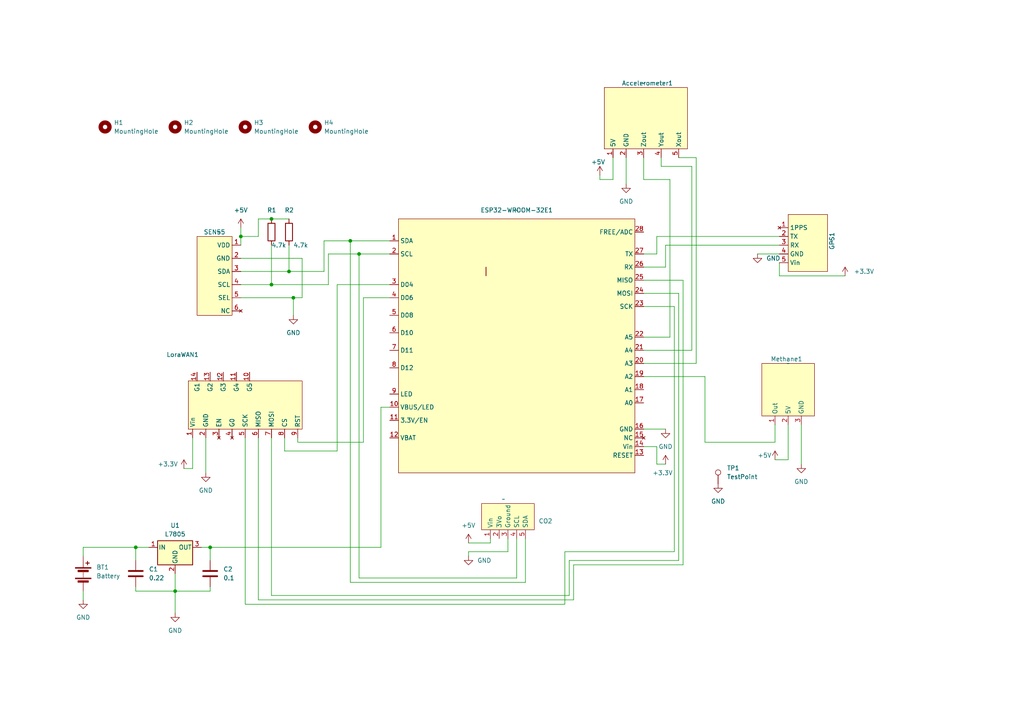
<source format=kicad_sch>
(kicad_sch (version 20230121) (generator eeschema)

  (uuid 7aefded4-b51d-417d-a9e8-a87f1079445b)

  (paper "A4")

  (lib_symbols
    (symbol "Connector:TestPoint" (pin_numbers hide) (pin_names (offset 0.762) hide) (in_bom yes) (on_board yes)
      (property "Reference" "TP" (at 0 6.858 0)
        (effects (font (size 1.27 1.27)))
      )
      (property "Value" "TestPoint" (at 0 5.08 0)
        (effects (font (size 1.27 1.27)))
      )
      (property "Footprint" "" (at 5.08 0 0)
        (effects (font (size 1.27 1.27)) hide)
      )
      (property "Datasheet" "~" (at 5.08 0 0)
        (effects (font (size 1.27 1.27)) hide)
      )
      (property "ki_keywords" "test point tp" (at 0 0 0)
        (effects (font (size 1.27 1.27)) hide)
      )
      (property "ki_description" "test point" (at 0 0 0)
        (effects (font (size 1.27 1.27)) hide)
      )
      (property "ki_fp_filters" "Pin* Test*" (at 0 0 0)
        (effects (font (size 1.27 1.27)) hide)
      )
      (symbol "TestPoint_0_1"
        (circle (center 0 3.302) (radius 0.762)
          (stroke (width 0) (type default))
          (fill (type none))
        )
      )
      (symbol "TestPoint_1_1"
        (pin passive line (at 0 0 90) (length 2.54)
          (name "1" (effects (font (size 1.27 1.27))))
          (number "1" (effects (font (size 1.27 1.27))))
        )
      )
    )
    (symbol "Device:Battery" (pin_numbers hide) (pin_names (offset 0) hide) (in_bom yes) (on_board yes)
      (property "Reference" "BT" (at 2.54 2.54 0)
        (effects (font (size 1.27 1.27)) (justify left))
      )
      (property "Value" "Battery" (at 2.54 0 0)
        (effects (font (size 1.27 1.27)) (justify left))
      )
      (property "Footprint" "" (at 0 1.524 90)
        (effects (font (size 1.27 1.27)) hide)
      )
      (property "Datasheet" "~" (at 0 1.524 90)
        (effects (font (size 1.27 1.27)) hide)
      )
      (property "ki_keywords" "batt voltage-source cell" (at 0 0 0)
        (effects (font (size 1.27 1.27)) hide)
      )
      (property "ki_description" "Multiple-cell battery" (at 0 0 0)
        (effects (font (size 1.27 1.27)) hide)
      )
      (symbol "Battery_0_1"
        (rectangle (start -2.286 -1.27) (end 2.286 -1.524)
          (stroke (width 0) (type default))
          (fill (type outline))
        )
        (rectangle (start -2.286 1.778) (end 2.286 1.524)
          (stroke (width 0) (type default))
          (fill (type outline))
        )
        (rectangle (start -1.524 -2.032) (end 1.524 -2.54)
          (stroke (width 0) (type default))
          (fill (type outline))
        )
        (rectangle (start -1.524 1.016) (end 1.524 0.508)
          (stroke (width 0) (type default))
          (fill (type outline))
        )
        (polyline
          (pts
            (xy 0 -1.016)
            (xy 0 -0.762)
          )
          (stroke (width 0) (type default))
          (fill (type none))
        )
        (polyline
          (pts
            (xy 0 -0.508)
            (xy 0 -0.254)
          )
          (stroke (width 0) (type default))
          (fill (type none))
        )
        (polyline
          (pts
            (xy 0 0)
            (xy 0 0.254)
          )
          (stroke (width 0) (type default))
          (fill (type none))
        )
        (polyline
          (pts
            (xy 0 1.778)
            (xy 0 2.54)
          )
          (stroke (width 0) (type default))
          (fill (type none))
        )
        (polyline
          (pts
            (xy 0.762 3.048)
            (xy 1.778 3.048)
          )
          (stroke (width 0.254) (type default))
          (fill (type none))
        )
        (polyline
          (pts
            (xy 1.27 3.556)
            (xy 1.27 2.54)
          )
          (stroke (width 0.254) (type default))
          (fill (type none))
        )
      )
      (symbol "Battery_1_1"
        (pin passive line (at 0 5.08 270) (length 2.54)
          (name "+" (effects (font (size 1.27 1.27))))
          (number "1" (effects (font (size 1.27 1.27))))
        )
        (pin passive line (at 0 -5.08 90) (length 2.54)
          (name "-" (effects (font (size 1.27 1.27))))
          (number "2" (effects (font (size 1.27 1.27))))
        )
      )
    )
    (symbol "Device:C" (pin_numbers hide) (pin_names (offset 0.254)) (in_bom yes) (on_board yes)
      (property "Reference" "C" (at 0.635 2.54 0)
        (effects (font (size 1.27 1.27)) (justify left))
      )
      (property "Value" "C" (at 0.635 -2.54 0)
        (effects (font (size 1.27 1.27)) (justify left))
      )
      (property "Footprint" "" (at 0.9652 -3.81 0)
        (effects (font (size 1.27 1.27)) hide)
      )
      (property "Datasheet" "~" (at 0 0 0)
        (effects (font (size 1.27 1.27)) hide)
      )
      (property "ki_keywords" "cap capacitor" (at 0 0 0)
        (effects (font (size 1.27 1.27)) hide)
      )
      (property "ki_description" "Unpolarized capacitor" (at 0 0 0)
        (effects (font (size 1.27 1.27)) hide)
      )
      (property "ki_fp_filters" "C_*" (at 0 0 0)
        (effects (font (size 1.27 1.27)) hide)
      )
      (symbol "C_0_1"
        (polyline
          (pts
            (xy -2.032 -0.762)
            (xy 2.032 -0.762)
          )
          (stroke (width 0.508) (type default))
          (fill (type none))
        )
        (polyline
          (pts
            (xy -2.032 0.762)
            (xy 2.032 0.762)
          )
          (stroke (width 0.508) (type default))
          (fill (type none))
        )
      )
      (symbol "C_1_1"
        (pin passive line (at 0 3.81 270) (length 2.794)
          (name "~" (effects (font (size 1.27 1.27))))
          (number "1" (effects (font (size 1.27 1.27))))
        )
        (pin passive line (at 0 -3.81 90) (length 2.794)
          (name "~" (effects (font (size 1.27 1.27))))
          (number "2" (effects (font (size 1.27 1.27))))
        )
      )
    )
    (symbol "Device:R" (pin_numbers hide) (pin_names (offset 0)) (in_bom yes) (on_board yes)
      (property "Reference" "R" (at 2.032 0 90)
        (effects (font (size 1.27 1.27)))
      )
      (property "Value" "R" (at 0 0 90)
        (effects (font (size 1.27 1.27)))
      )
      (property "Footprint" "" (at -1.778 0 90)
        (effects (font (size 1.27 1.27)) hide)
      )
      (property "Datasheet" "~" (at 0 0 0)
        (effects (font (size 1.27 1.27)) hide)
      )
      (property "ki_keywords" "R res resistor" (at 0 0 0)
        (effects (font (size 1.27 1.27)) hide)
      )
      (property "ki_description" "Resistor" (at 0 0 0)
        (effects (font (size 1.27 1.27)) hide)
      )
      (property "ki_fp_filters" "R_*" (at 0 0 0)
        (effects (font (size 1.27 1.27)) hide)
      )
      (symbol "R_0_1"
        (rectangle (start -1.016 -2.54) (end 1.016 2.54)
          (stroke (width 0.254) (type default))
          (fill (type none))
        )
      )
      (symbol "R_1_1"
        (pin passive line (at 0 3.81 270) (length 1.27)
          (name "~" (effects (font (size 1.27 1.27))))
          (number "1" (effects (font (size 1.27 1.27))))
        )
        (pin passive line (at 0 -3.81 90) (length 1.27)
          (name "~" (effects (font (size 1.27 1.27))))
          (number "2" (effects (font (size 1.27 1.27))))
        )
      )
    )
    (symbol "Mechanical:MountingHole" (pin_names (offset 1.016)) (in_bom yes) (on_board yes)
      (property "Reference" "H" (at 0 5.08 0)
        (effects (font (size 1.27 1.27)))
      )
      (property "Value" "MountingHole" (at 0 3.175 0)
        (effects (font (size 1.27 1.27)))
      )
      (property "Footprint" "" (at 0 0 0)
        (effects (font (size 1.27 1.27)) hide)
      )
      (property "Datasheet" "~" (at 0 0 0)
        (effects (font (size 1.27 1.27)) hide)
      )
      (property "ki_keywords" "mounting hole" (at 0 0 0)
        (effects (font (size 1.27 1.27)) hide)
      )
      (property "ki_description" "Mounting Hole without connection" (at 0 0 0)
        (effects (font (size 1.27 1.27)) hide)
      )
      (property "ki_fp_filters" "MountingHole*" (at 0 0 0)
        (effects (font (size 1.27 1.27)) hide)
      )
      (symbol "MountingHole_0_1"
        (circle (center 0 0) (radius 1.27)
          (stroke (width 1.27) (type default))
          (fill (type none))
        )
      )
    )
    (symbol "Methane:Methane_sensor" (in_bom yes) (on_board yes)
      (property "Reference" "Methane1" (at -5.08 1.27 0)
        (effects (font (size 1.27 1.27)) (justify left))
      )
      (property "Value" "~" (at 0 0 0)
        (effects (font (size 1.27 1.27)))
      )
      (property "Footprint" "my-sensors:Methane" (at 0 0 0)
        (effects (font (size 1.27 1.27)) hide)
      )
      (property "Datasheet" "https://image.dfrobot.com/image/data/SEN0129/MQ-4.pdf" (at 0 0 0)
        (effects (font (size 1.27 1.27)) hide)
      )
      (symbol "Methane_sensor_1_1"
        (rectangle (start -7.62 0) (end 7.62 -15.24)
          (stroke (width 0) (type default))
          (fill (type background))
        )
        (pin bidirectional line (at -3.81 -17.78 90) (length 2.54)
          (name "Out" (effects (font (size 1.27 1.27))))
          (number "1" (effects (font (size 1.27 1.27))))
        )
        (pin power_in line (at 0 -17.78 90) (length 2.54)
          (name "5V" (effects (font (size 1.27 1.27))))
          (number "2" (effects (font (size 1.27 1.27))))
        )
        (pin power_in line (at 3.81 -17.78 90) (length 2.54)
          (name "GND" (effects (font (size 1.27 1.27))))
          (number "3" (effects (font (size 1.27 1.27))))
        )
      )
    )
    (symbol "Regulator_Linear:L7805" (pin_names (offset 0.254)) (in_bom yes) (on_board yes)
      (property "Reference" "U" (at -3.81 3.175 0)
        (effects (font (size 1.27 1.27)))
      )
      (property "Value" "L7805" (at 0 3.175 0)
        (effects (font (size 1.27 1.27)) (justify left))
      )
      (property "Footprint" "" (at 0.635 -3.81 0)
        (effects (font (size 1.27 1.27) italic) (justify left) hide)
      )
      (property "Datasheet" "http://www.st.com/content/ccc/resource/technical/document/datasheet/41/4f/b3/b0/12/d4/47/88/CD00000444.pdf/files/CD00000444.pdf/jcr:content/translations/en.CD00000444.pdf" (at 0 -1.27 0)
        (effects (font (size 1.27 1.27)) hide)
      )
      (property "ki_keywords" "Voltage Regulator 1.5A Positive" (at 0 0 0)
        (effects (font (size 1.27 1.27)) hide)
      )
      (property "ki_description" "Positive 1.5A 35V Linear Regulator, Fixed Output 5V, TO-220/TO-263/TO-252" (at 0 0 0)
        (effects (font (size 1.27 1.27)) hide)
      )
      (property "ki_fp_filters" "TO?252* TO?263* TO?220*" (at 0 0 0)
        (effects (font (size 1.27 1.27)) hide)
      )
      (symbol "L7805_0_1"
        (rectangle (start -5.08 1.905) (end 5.08 -5.08)
          (stroke (width 0.254) (type default))
          (fill (type background))
        )
      )
      (symbol "L7805_1_1"
        (pin power_in line (at -7.62 0 0) (length 2.54)
          (name "IN" (effects (font (size 1.27 1.27))))
          (number "1" (effects (font (size 1.27 1.27))))
        )
        (pin power_in line (at 0 -7.62 90) (length 2.54)
          (name "GND" (effects (font (size 1.27 1.27))))
          (number "2" (effects (font (size 1.27 1.27))))
        )
        (pin power_out line (at 7.62 0 180) (length 2.54)
          (name "OUT" (effects (font (size 1.27 1.27))))
          (number "3" (effects (font (size 1.27 1.27))))
        )
      )
    )
    (symbol "Sensors:Accelerometer" (in_bom yes) (on_board yes)
      (property "Reference" "Accelerometer1" (at -6.35 0 0)
        (effects (font (size 1.27 1.27)) (justify left))
      )
      (property "Value" "~" (at 0 0 0)
        (effects (font (size 1.27 1.27)))
      )
      (property "Footprint" "Sensors:Accelerometer" (at 0 0 0)
        (effects (font (size 1.27 1.27)) hide)
      )
      (property "Datasheet" "" (at 0 0 0)
        (effects (font (size 1.27 1.27)) hide)
      )
      (symbol "Accelerometer_1_1"
        (rectangle (start -11.43 -1.27) (end 12.7 -19.05)
          (stroke (width 0) (type default))
          (fill (type background))
        )
        (pin power_in line (at -8.89 -21.59 90) (length 2.54)
          (name "5V" (effects (font (size 1.27 1.27))))
          (number "1" (effects (font (size 1.27 1.27))))
        )
        (pin power_in line (at -5.08 -21.59 90) (length 2.54)
          (name "GND" (effects (font (size 1.27 1.27))))
          (number "2" (effects (font (size 1.27 1.27))))
        )
        (pin output line (at 0 -21.59 90) (length 2.54)
          (name "Zout" (effects (font (size 1.27 1.27))))
          (number "3" (effects (font (size 1.27 1.27))))
        )
        (pin output line (at 5.08 -21.59 90) (length 2.54)
          (name "Yout" (effects (font (size 1.27 1.27))))
          (number "4" (effects (font (size 1.27 1.27))))
        )
        (pin output line (at 10.16 -21.59 90) (length 2.54)
          (name "Xout" (effects (font (size 1.27 1.27))))
          (number "5" (effects (font (size 1.27 1.27))))
        )
      )
    )
    (symbol "Sensors:CO2_v2" (in_bom yes) (on_board yes)
      (property "Reference" "CO2" (at 10.16 -6.35 0)
        (effects (font (size 1.27 1.27)) (justify left))
      )
      (property "Value" "~" (at 0 0 0)
        (effects (font (size 1.27 1.27)))
      )
      (property "Footprint" "" (at 0 0 0)
        (effects (font (size 1.27 1.27)) hide)
      )
      (property "Datasheet" "" (at 0 0 0)
        (effects (font (size 1.27 1.27)) hide)
      )
      (symbol "CO2_v2_1_1"
        (rectangle (start -6.35 -1.27) (end 8.89 -8.89)
          (stroke (width 0) (type default))
          (fill (type background))
        )
        (pin power_in line (at -3.81 -11.43 90) (length 2.54)
          (name "Vin" (effects (font (size 1.27 1.27))))
          (number "1" (effects (font (size 1.27 1.27))))
        )
        (pin power_out line (at -1.27 -11.43 90) (length 2.54)
          (name "3Vo" (effects (font (size 1.27 1.27))))
          (number "2" (effects (font (size 1.27 1.27))))
        )
        (pin input line (at 1.27 -11.43 90) (length 2.54)
          (name "Ground" (effects (font (size 1.27 1.27))))
          (number "3" (effects (font (size 1.27 1.27))))
        )
        (pin bidirectional line (at 3.81 -11.43 90) (length 2.54)
          (name "SCL" (effects (font (size 1.27 1.27))))
          (number "4" (effects (font (size 1.27 1.27))))
        )
        (pin bidirectional line (at 6.35 -11.43 90) (length 2.54)
          (name "SDA" (effects (font (size 1.27 1.27))))
          (number "5" (effects (font (size 1.27 1.27))))
        )
      )
    )
    (symbol "Sensors:ESP32" (in_bom yes) (on_board yes)
      (property "Reference" "ESP32-WROOM-32E1" (at 0 0 0)
        (effects (font (size 1.27 1.27)))
      )
      (property "Value" "~" (at 0 0 0)
        (effects (font (size 1.27 1.27)))
      )
      (property "Footprint" "my-sensors:ESP32" (at 0 0 0)
        (effects (font (size 1.27 1.27)) hide)
      )
      (property "Datasheet" "https://cdn.sparkfun.com/assets/4/3/1/7/6/esp32-wroom-32e_esp32-wroom-32ue_datasheet_en_v1-6.pdf?_gl=1*16ze11g*_ga*MTYyMjc1MTQzMC4xNzA2NDYwMTkx*_ga_T369JS7J9N*MTcwODg5MTMzNS45LjAuMTcwODg5MTMzNS42MC4wLjA." (at 0 0 0)
        (effects (font (size 1.27 1.27)) hide)
      )
      (symbol "ESP32_1_1"
        (rectangle (start -34.29 -2.54) (end 34.29 -76.2)
          (stroke (width 0) (type default))
          (fill (type background))
        )
        (pin bidirectional line (at -36.83 -8.89 0) (length 2.54)
          (name "SDA" (effects (font (size 1.27 1.27))))
          (number "1" (effects (font (size 1.27 1.27))))
        )
        (pin power_in line (at -36.83 -57.15 0) (length 2.54)
          (name "VBUS/LED" (effects (font (size 1.27 1.27))))
          (number "10" (effects (font (size 1.27 1.27))))
        )
        (pin power_in line (at -36.83 -60.96 0) (length 2.54)
          (name "3.3V/EN" (effects (font (size 1.27 1.27))))
          (number "11" (effects (font (size 1.27 1.27))))
        )
        (pin power_in line (at -36.83 -66.04 0) (length 2.54)
          (name "VBAT" (effects (font (size 1.27 1.27))))
          (number "12" (effects (font (size 1.27 1.27))))
        )
        (pin unspecified line (at 36.83 -71.12 180) (length 2.54)
          (name "RESET" (effects (font (size 1.27 1.27))))
          (number "13" (effects (font (size 1.27 1.27))))
        )
        (pin input line (at 36.83 -68.58 180) (length 2.54)
          (name "Vin" (effects (font (size 1.27 1.27))))
          (number "14" (effects (font (size 1.27 1.27))))
        )
        (pin no_connect line (at 36.83 -66.04 180) (length 2.54)
          (name "NC" (effects (font (size 1.27 1.27))))
          (number "15" (effects (font (size 1.27 1.27))))
        )
        (pin input line (at 36.83 -63.5 180) (length 2.54)
          (name "GND" (effects (font (size 1.27 1.27))))
          (number "16" (effects (font (size 1.27 1.27))))
        )
        (pin bidirectional line (at 36.83 -55.88 180) (length 2.54)
          (name "A0" (effects (font (size 1.27 1.27))))
          (number "17" (effects (font (size 1.27 1.27))))
        )
        (pin bidirectional line (at 36.83 -52.07 180) (length 2.54)
          (name "A1" (effects (font (size 1.27 1.27))))
          (number "18" (effects (font (size 1.27 1.27))))
        )
        (pin bidirectional line (at 36.83 -48.26 180) (length 2.54)
          (name "A2" (effects (font (size 1.27 1.27))))
          (number "19" (effects (font (size 1.27 1.27))))
        )
        (pin bidirectional line (at -36.83 -12.7 0) (length 2.54)
          (name "SCL" (effects (font (size 1.27 1.27))))
          (number "2" (effects (font (size 1.27 1.27))))
        )
        (pin bidirectional line (at 36.83 -44.45 180) (length 2.54)
          (name "A3" (effects (font (size 1.27 1.27))))
          (number "20" (effects (font (size 1.27 1.27))))
        )
        (pin bidirectional line (at 36.83 -40.64 180) (length 2.54)
          (name "A4" (effects (font (size 1.27 1.27))))
          (number "21" (effects (font (size 1.27 1.27))))
        )
        (pin bidirectional line (at 36.83 -36.83 180) (length 2.54)
          (name "A5" (effects (font (size 1.27 1.27))))
          (number "22" (effects (font (size 1.27 1.27))))
        )
        (pin bidirectional line (at 36.83 -27.94 180) (length 2.54)
          (name "SCK" (effects (font (size 1.27 1.27))))
          (number "23" (effects (font (size 1.27 1.27))))
        )
        (pin bidirectional line (at 36.83 -24.13 180) (length 2.54)
          (name "MOSI" (effects (font (size 1.27 1.27))))
          (number "24" (effects (font (size 1.27 1.27))))
        )
        (pin bidirectional line (at 36.83 -20.32 180) (length 2.54)
          (name "MISO" (effects (font (size 1.27 1.27))))
          (number "25" (effects (font (size 1.27 1.27))))
        )
        (pin input line (at 36.83 -16.51 180) (length 2.54)
          (name "RX" (effects (font (size 1.27 1.27))))
          (number "26" (effects (font (size 1.27 1.27))))
        )
        (pin output line (at 36.83 -12.7 180) (length 2.54)
          (name "TX" (effects (font (size 1.27 1.27))))
          (number "27" (effects (font (size 1.27 1.27))))
        )
        (pin input line (at 36.83 -6.35 180) (length 2.54)
          (name "FREE/ADC" (effects (font (size 1.27 1.27))))
          (number "28" (effects (font (size 1.27 1.27))))
        )
        (pin input line (at -36.83 -21.59 0) (length 2.54)
          (name "D04" (effects (font (size 1.27 1.27))))
          (number "3" (effects (font (size 1.27 1.27))))
        )
        (pin input line (at -36.83 -25.4 0) (length 2.54)
          (name "D06" (effects (font (size 1.27 1.27))))
          (number "4" (effects (font (size 1.27 1.27))))
        )
        (pin input line (at -36.83 -30.48 0) (length 2.54)
          (name "D08" (effects (font (size 1.27 1.27))))
          (number "5" (effects (font (size 1.27 1.27))))
        )
        (pin input line (at -36.83 -35.56 0) (length 2.54)
          (name "D10" (effects (font (size 1.27 1.27))))
          (number "6" (effects (font (size 1.27 1.27))))
        )
        (pin input line (at -36.83 -40.64 0) (length 2.54)
          (name "D11" (effects (font (size 1.27 1.27))))
          (number "7" (effects (font (size 1.27 1.27))))
        )
        (pin input line (at -36.83 -45.72 0) (length 2.54)
          (name "D12" (effects (font (size 1.27 1.27))))
          (number "8" (effects (font (size 1.27 1.27))))
        )
        (pin bidirectional line (at -36.83 -53.34 0) (length 2.54)
          (name "LED" (effects (font (size 1.27 1.27))))
          (number "9" (effects (font (size 1.27 1.27))))
        )
      )
    )
    (symbol "Sensors:GPS" (in_bom yes) (on_board yes)
      (property "Reference" "GPS1" (at -2.54 0 0)
        (effects (font (size 1.27 1.27)) (justify left))
      )
      (property "Value" "~" (at 0 0 0)
        (effects (font (size 1.27 1.27)))
      )
      (property "Footprint" "my-sensors:GPS" (at 0 0 0)
        (effects (font (size 1.27 1.27)) hide)
      )
      (property "Datasheet" "" (at 0 0 0)
        (effects (font (size 1.27 1.27)) hide)
      )
      (symbol "GPS_1_1"
        (rectangle (start -7.62 -1.27) (end 8.89 -12.7)
          (stroke (width 0) (type default))
          (fill (type background))
        )
        (pin no_connect line (at -3.81 -15.24 90) (length 2.54)
          (name "1PPS" (effects (font (size 1.27 1.27))))
          (number "1" (effects (font (size 1.27 1.27))))
        )
        (pin output line (at -1.27 -15.24 90) (length 2.54)
          (name "TX" (effects (font (size 1.27 1.27))))
          (number "2" (effects (font (size 1.27 1.27))))
        )
        (pin input line (at 1.27 -15.24 90) (length 2.54)
          (name "RX" (effects (font (size 1.27 1.27))))
          (number "3" (effects (font (size 1.27 1.27))))
        )
        (pin input line (at 3.81 -15.24 90) (length 2.54)
          (name "GND" (effects (font (size 1.27 1.27))))
          (number "4" (effects (font (size 1.27 1.27))))
        )
        (pin power_in line (at 6.35 -15.24 90) (length 2.54)
          (name "Vin" (effects (font (size 1.27 1.27))))
          (number "5" (effects (font (size 1.27 1.27))))
        )
      )
    )
    (symbol "Sensors:LoraWAN" (in_bom yes) (on_board yes)
      (property "Reference" "LoraWAN1" (at -15.24 6.35 0)
        (effects (font (size 1.27 1.27)) (justify left))
      )
      (property "Value" "~" (at 0 0 0)
        (effects (font (size 1.27 1.27)))
      )
      (property "Footprint" "my-sensors:LoraWAN" (at -5.08 8.89 0)
        (effects (font (size 1.27 1.27)) hide)
      )
      (property "Datasheet" "https://cdn-learn.adafruit.com/downloads/pdf/adafruit-rfm69hcw-and-rfm96-rfm95-rfm98-lora-packet-padio-breakouts.pdf" (at 1.27 11.43 0)
        (effects (font (size 1.27 1.27)) hide)
      )
      (symbol "LoraWAN_1_1"
        (rectangle (start -8.89 -1.27) (end 24.13 -15.24)
          (stroke (width 0) (type default))
          (fill (type background))
        )
        (pin input line (at 77.47 31.75 270) (length 2.54)
          (name "" (effects (font (size 1.27 1.27))))
          (number "" (effects (font (size 1.27 1.27))))
        )
        (pin power_in line (at -7.62 -17.78 90) (length 2.54)
          (name "Vin" (effects (font (size 1.27 1.27))))
          (number "1" (effects (font (size 1.27 1.27))))
        )
        (pin input line (at 8.89 1.27 270) (length 2.54)
          (name "G5" (effects (font (size 1.27 1.27))))
          (number "10" (effects (font (size 1.27 1.27))))
        )
        (pin input line (at 5.08 1.27 270) (length 2.54)
          (name "G4" (effects (font (size 1.27 1.27))))
          (number "11" (effects (font (size 1.27 1.27))))
        )
        (pin input line (at 1.27 1.27 270) (length 2.54)
          (name "G3" (effects (font (size 1.27 1.27))))
          (number "12" (effects (font (size 1.27 1.27))))
        )
        (pin input line (at -2.54 1.27 270) (length 2.54)
          (name "G2" (effects (font (size 1.27 1.27))))
          (number "13" (effects (font (size 1.27 1.27))))
        )
        (pin input line (at -6.35 1.27 270) (length 2.54)
          (name "G1" (effects (font (size 1.27 1.27))))
          (number "14" (effects (font (size 1.27 1.27))))
        )
        (pin input line (at -3.81 -17.78 90) (length 2.54)
          (name "GND" (effects (font (size 1.27 1.27))))
          (number "2" (effects (font (size 1.27 1.27))))
        )
        (pin no_connect line (at 0 -17.78 90) (length 2.54)
          (name "EN" (effects (font (size 1.27 1.27))))
          (number "3" (effects (font (size 1.27 1.27))))
        )
        (pin no_connect line (at 3.81 -17.78 90) (length 2.54)
          (name "G0" (effects (font (size 1.27 1.27))))
          (number "4" (effects (font (size 1.27 1.27))))
        )
        (pin input line (at 7.62 -17.78 90) (length 2.54)
          (name "SCK" (effects (font (size 1.27 1.27))))
          (number "5" (effects (font (size 1.27 1.27))))
        )
        (pin input line (at 11.43 -17.78 90) (length 2.54)
          (name "MISO" (effects (font (size 1.27 1.27))))
          (number "6" (effects (font (size 1.27 1.27))))
        )
        (pin input line (at 15.24 -17.78 90) (length 2.54)
          (name "MOSI" (effects (font (size 1.27 1.27))))
          (number "7" (effects (font (size 1.27 1.27))))
        )
        (pin input line (at 19.05 -17.78 90) (length 2.54)
          (name "CS" (effects (font (size 1.27 1.27))))
          (number "8" (effects (font (size 1.27 1.27))))
        )
        (pin input line (at 22.86 -17.78 90) (length 2.54)
          (name "RST" (effects (font (size 1.27 1.27))))
          (number "9" (effects (font (size 1.27 1.27))))
        )
      )
    )
    (symbol "Sensors:SEN55" (in_bom yes) (on_board yes)
      (property "Reference" "SEN55" (at 1.27 0 0)
        (effects (font (size 1.27 1.27)))
      )
      (property "Value" "~" (at 0 0 0)
        (effects (font (size 1.27 1.27)))
      )
      (property "Footprint" "" (at 0 0 0)
        (effects (font (size 1.27 1.27)) hide)
      )
      (property "Datasheet" "" (at 0 0 0)
        (effects (font (size 1.27 1.27)) hide)
      )
      (symbol "SEN55_1_1"
        (rectangle (start -3.81 -1.27) (end 6.35 -24.13)
          (stroke (width 0) (type default))
          (fill (type background))
        )
        (pin power_in line (at -6.35 -3.81 0) (length 2.54)
          (name "VDD" (effects (font (size 1.27 1.27))))
          (number "1" (effects (font (size 1.27 1.27))))
        )
        (pin input line (at -6.35 -7.62 0) (length 2.54)
          (name "GND" (effects (font (size 1.27 1.27))))
          (number "2" (effects (font (size 1.27 1.27))))
        )
        (pin input line (at -6.35 -11.43 0) (length 2.54)
          (name "SDA" (effects (font (size 1.27 1.27))))
          (number "3" (effects (font (size 1.27 1.27))))
        )
        (pin input line (at -6.35 -15.24 0) (length 2.54)
          (name "SCL" (effects (font (size 1.27 1.27))))
          (number "4" (effects (font (size 1.27 1.27))))
        )
        (pin input line (at -6.35 -19.05 0) (length 2.54)
          (name "SEL" (effects (font (size 1.27 1.27))))
          (number "5" (effects (font (size 1.27 1.27))))
        )
        (pin no_connect line (at -6.35 -22.86 0) (length 2.54)
          (name "NC" (effects (font (size 1.27 1.27))))
          (number "6" (effects (font (size 1.27 1.27))))
        )
      )
    )
    (symbol "power:+3.3V" (power) (pin_names (offset 0)) (in_bom yes) (on_board yes)
      (property "Reference" "#PWR" (at 0 -3.81 0)
        (effects (font (size 1.27 1.27)) hide)
      )
      (property "Value" "+3.3V" (at 0 3.556 0)
        (effects (font (size 1.27 1.27)))
      )
      (property "Footprint" "" (at 0 0 0)
        (effects (font (size 1.27 1.27)) hide)
      )
      (property "Datasheet" "" (at 0 0 0)
        (effects (font (size 1.27 1.27)) hide)
      )
      (property "ki_keywords" "global power" (at 0 0 0)
        (effects (font (size 1.27 1.27)) hide)
      )
      (property "ki_description" "Power symbol creates a global label with name \"+3.3V\"" (at 0 0 0)
        (effects (font (size 1.27 1.27)) hide)
      )
      (symbol "+3.3V_0_1"
        (polyline
          (pts
            (xy -0.762 1.27)
            (xy 0 2.54)
          )
          (stroke (width 0) (type default))
          (fill (type none))
        )
        (polyline
          (pts
            (xy 0 0)
            (xy 0 2.54)
          )
          (stroke (width 0) (type default))
          (fill (type none))
        )
        (polyline
          (pts
            (xy 0 2.54)
            (xy 0.762 1.27)
          )
          (stroke (width 0) (type default))
          (fill (type none))
        )
      )
      (symbol "+3.3V_1_1"
        (pin power_in line (at 0 0 90) (length 0) hide
          (name "+3.3V" (effects (font (size 1.27 1.27))))
          (number "1" (effects (font (size 1.27 1.27))))
        )
      )
    )
    (symbol "power:+5V" (power) (pin_names (offset 0)) (in_bom yes) (on_board yes)
      (property "Reference" "#PWR" (at 0 -3.81 0)
        (effects (font (size 1.27 1.27)) hide)
      )
      (property "Value" "+5V" (at 0 3.556 0)
        (effects (font (size 1.27 1.27)))
      )
      (property "Footprint" "" (at 0 0 0)
        (effects (font (size 1.27 1.27)) hide)
      )
      (property "Datasheet" "" (at 0 0 0)
        (effects (font (size 1.27 1.27)) hide)
      )
      (property "ki_keywords" "global power" (at 0 0 0)
        (effects (font (size 1.27 1.27)) hide)
      )
      (property "ki_description" "Power symbol creates a global label with name \"+5V\"" (at 0 0 0)
        (effects (font (size 1.27 1.27)) hide)
      )
      (symbol "+5V_0_1"
        (polyline
          (pts
            (xy -0.762 1.27)
            (xy 0 2.54)
          )
          (stroke (width 0) (type default))
          (fill (type none))
        )
        (polyline
          (pts
            (xy 0 0)
            (xy 0 2.54)
          )
          (stroke (width 0) (type default))
          (fill (type none))
        )
        (polyline
          (pts
            (xy 0 2.54)
            (xy 0.762 1.27)
          )
          (stroke (width 0) (type default))
          (fill (type none))
        )
      )
      (symbol "+5V_1_1"
        (pin power_in line (at 0 0 90) (length 0) hide
          (name "+5V" (effects (font (size 1.27 1.27))))
          (number "1" (effects (font (size 1.27 1.27))))
        )
      )
    )
    (symbol "power:GND" (power) (pin_names (offset 0)) (in_bom yes) (on_board yes)
      (property "Reference" "#PWR" (at 0 -6.35 0)
        (effects (font (size 1.27 1.27)) hide)
      )
      (property "Value" "GND" (at 0 -3.81 0)
        (effects (font (size 1.27 1.27)))
      )
      (property "Footprint" "" (at 0 0 0)
        (effects (font (size 1.27 1.27)) hide)
      )
      (property "Datasheet" "" (at 0 0 0)
        (effects (font (size 1.27 1.27)) hide)
      )
      (property "ki_keywords" "global power" (at 0 0 0)
        (effects (font (size 1.27 1.27)) hide)
      )
      (property "ki_description" "Power symbol creates a global label with name \"GND\" , ground" (at 0 0 0)
        (effects (font (size 1.27 1.27)) hide)
      )
      (symbol "GND_0_1"
        (polyline
          (pts
            (xy 0 0)
            (xy 0 -1.27)
            (xy 1.27 -1.27)
            (xy 0 -2.54)
            (xy -1.27 -1.27)
            (xy 0 -1.27)
          )
          (stroke (width 0) (type default))
          (fill (type none))
        )
      )
      (symbol "GND_1_1"
        (pin power_in line (at 0 0 270) (length 0) hide
          (name "GND" (effects (font (size 1.27 1.27))))
          (number "1" (effects (font (size 1.27 1.27))))
        )
      )
    )
  )

  (junction (at 39.37 158.75) (diameter 0) (color 0 0 0 0)
    (uuid 03844d45-b7ac-467f-9c36-9ee189df352f)
  )
  (junction (at 101.6 69.85) (diameter 0) (color 0 0 0 0)
    (uuid 0b72fe3e-5a1c-474b-8c6f-34b0afaea697)
  )
  (junction (at 78.74 82.55) (diameter 0) (color 0 0 0 0)
    (uuid 1809997b-dd61-44ef-9a96-7c5dab96d11f)
  )
  (junction (at 104.14 73.66) (diameter 0) (color 0 0 0 0)
    (uuid 2f025602-946b-409d-970f-c8909ab87842)
  )
  (junction (at 83.82 78.74) (diameter 0) (color 0 0 0 0)
    (uuid 449cd7d5-e154-4e6b-a865-af98352e1c21)
  )
  (junction (at 50.8 171.45) (diameter 0) (color 0 0 0 0)
    (uuid 7ae52d7b-8cd1-4ea7-b50f-fdf31931d1ef)
  )
  (junction (at 85.09 86.36) (diameter 0) (color 0 0 0 0)
    (uuid ae700993-72e0-41f3-98e0-2f919af83f6c)
  )
  (junction (at 78.74 63.5) (diameter 0) (color 0 0 0 0)
    (uuid b375e527-b606-4327-9606-948a34e9001a)
  )
  (junction (at 69.85 68.58) (diameter 0) (color 0 0 0 0)
    (uuid dd4f414b-9377-43b1-ade1-d7dc53e28148)
  )
  (junction (at 60.96 158.75) (diameter 0) (color 0 0 0 0)
    (uuid f8edf388-f07a-407b-b9c5-387e0b30aced)
  )

  (wire (pts (xy 200.66 48.26) (xy 200.66 101.6))
    (stroke (width 0) (type default))
    (uuid 0289f401-d2ac-47a7-8ccd-da2cb3017166)
  )
  (wire (pts (xy 194.31 97.79) (xy 186.69 97.79))
    (stroke (width 0) (type default))
    (uuid 06dca34a-25c6-43ee-ac07-8a659e17a740)
  )
  (wire (pts (xy 165.1 172.72) (xy 78.74 172.72))
    (stroke (width 0) (type default))
    (uuid 089ed1bb-b7b9-42b5-a64f-d036d91fa034)
  )
  (wire (pts (xy 228.6 133.35) (xy 228.6 123.19))
    (stroke (width 0) (type default))
    (uuid 0969c591-2808-4ad6-9955-1d0fd63930cb)
  )
  (wire (pts (xy 186.69 129.54) (xy 190.5 129.54))
    (stroke (width 0) (type default))
    (uuid 0b67e8d5-7bbe-4b50-917d-a625081a3543)
  )
  (wire (pts (xy 69.85 68.58) (xy 69.85 71.12))
    (stroke (width 0) (type default))
    (uuid 0ba318b2-b5d2-49d3-84ed-1aaa37ac9fb3)
  )
  (wire (pts (xy 194.31 52.07) (xy 194.31 97.79))
    (stroke (width 0) (type default))
    (uuid 0f10e42a-cc47-4c51-9666-6e291b7c75df)
  )
  (wire (pts (xy 166.37 163.83) (xy 166.37 173.99))
    (stroke (width 0) (type default))
    (uuid 10d0268d-adb1-4b12-8d95-e22e45d53284)
  )
  (wire (pts (xy 87.63 86.36) (xy 85.09 86.36))
    (stroke (width 0) (type default))
    (uuid 1732ef4b-3ae3-47a6-b941-9eddae16b796)
  )
  (wire (pts (xy 186.69 81.28) (xy 198.12 81.28))
    (stroke (width 0) (type default))
    (uuid 18cde1ee-5d41-49b2-b014-26a166db1791)
  )
  (wire (pts (xy 24.13 158.75) (xy 24.13 161.29))
    (stroke (width 0) (type default))
    (uuid 18fafa90-3453-4f23-97c8-51e82e9df8f5)
  )
  (wire (pts (xy 142.24 157.48) (xy 142.24 156.21))
    (stroke (width 0) (type default))
    (uuid 239bde12-0a30-4407-93b9-d345f52d8d9d)
  )
  (wire (pts (xy 39.37 171.45) (xy 50.8 171.45))
    (stroke (width 0) (type default))
    (uuid 273a3b10-feaf-42a6-9f21-1619b48908e8)
  )
  (wire (pts (xy 204.47 128.27) (xy 204.47 109.22))
    (stroke (width 0) (type default))
    (uuid 2a2926c8-0208-4821-8090-8cd1a2f67515)
  )
  (wire (pts (xy 50.8 166.37) (xy 50.8 171.45))
    (stroke (width 0) (type default))
    (uuid 2d016ad5-7da7-40bb-88fe-0ae554d13fd0)
  )
  (wire (pts (xy 201.93 45.72) (xy 196.85 45.72))
    (stroke (width 0) (type default))
    (uuid 2dcc0ae3-8005-4945-8382-5447e5baaae3)
  )
  (wire (pts (xy 135.89 157.48) (xy 142.24 157.48))
    (stroke (width 0) (type default))
    (uuid 2e1d90c7-95ba-4259-a8c2-65686e4eb17f)
  )
  (wire (pts (xy 224.79 123.19) (xy 224.79 128.27))
    (stroke (width 0) (type default))
    (uuid 310dc0b1-fdb5-408b-9767-a0bcaa4c57ba)
  )
  (wire (pts (xy 82.55 130.81) (xy 82.55 127))
    (stroke (width 0) (type default))
    (uuid 329180bf-a909-4a68-a31e-7abaab741082)
  )
  (wire (pts (xy 86.36 127) (xy 86.36 128.27))
    (stroke (width 0) (type default))
    (uuid 345e6c45-9b10-4ad9-b3c8-70e1d383b747)
  )
  (wire (pts (xy 173.99 52.07) (xy 177.8 52.07))
    (stroke (width 0) (type default))
    (uuid 35a9fab5-045d-44a8-8787-649418cecafb)
  )
  (wire (pts (xy 71.12 175.26) (xy 71.12 127))
    (stroke (width 0) (type default))
    (uuid 370b9273-0902-450a-8472-f62e12aeae1d)
  )
  (wire (pts (xy 85.09 86.36) (xy 85.09 91.44))
    (stroke (width 0) (type default))
    (uuid 37e35430-3e54-43cd-b651-53173a1ac1c3)
  )
  (wire (pts (xy 186.69 124.46) (xy 193.04 124.46))
    (stroke (width 0) (type default))
    (uuid 3b8a2f4b-40c3-4d02-9a4a-f8c09a379de6)
  )
  (wire (pts (xy 83.82 71.12) (xy 83.82 78.74))
    (stroke (width 0) (type default))
    (uuid 3bccc0f2-e0b4-43ed-925b-7369f8c03083)
  )
  (wire (pts (xy 69.85 78.74) (xy 83.82 78.74))
    (stroke (width 0) (type default))
    (uuid 3e09efae-6ec2-4772-ba42-1d56c4c50461)
  )
  (wire (pts (xy 198.12 163.83) (xy 166.37 163.83))
    (stroke (width 0) (type default))
    (uuid 3ef79437-d1fb-4c4c-a0fd-c62ce48e2f66)
  )
  (wire (pts (xy 69.85 82.55) (xy 78.74 82.55))
    (stroke (width 0) (type default))
    (uuid 406edabe-d381-40d8-93f5-5db9399a6dec)
  )
  (wire (pts (xy 24.13 158.75) (xy 39.37 158.75))
    (stroke (width 0) (type default))
    (uuid 40843763-b761-4fef-b28d-a4c9303627f0)
  )
  (wire (pts (xy 105.41 86.36) (xy 105.41 128.27))
    (stroke (width 0) (type default))
    (uuid 44274941-bb3c-4b89-9835-f82f2c600e8b)
  )
  (wire (pts (xy 74.93 63.5) (xy 78.74 63.5))
    (stroke (width 0) (type default))
    (uuid 464f8335-8d2d-46e5-a0a2-7c191231c8e5)
  )
  (wire (pts (xy 190.5 129.54) (xy 190.5 134.62))
    (stroke (width 0) (type default))
    (uuid 492fb16d-b1bc-4aab-8d91-d660484aacfa)
  )
  (wire (pts (xy 39.37 158.75) (xy 39.37 162.56))
    (stroke (width 0) (type default))
    (uuid 49d78c4b-06c9-4589-8905-ba56d98c6721)
  )
  (wire (pts (xy 74.93 173.99) (xy 74.93 127))
    (stroke (width 0) (type default))
    (uuid 49f43178-6c83-41e4-86a0-e54880323e31)
  )
  (wire (pts (xy 191.77 45.72) (xy 191.77 48.26))
    (stroke (width 0) (type default))
    (uuid 518be879-3103-4342-937d-ac58b68a5441)
  )
  (wire (pts (xy 78.74 71.12) (xy 78.74 82.55))
    (stroke (width 0) (type default))
    (uuid 561a5689-97ce-4a80-ba09-836ac99c1690)
  )
  (wire (pts (xy 149.86 156.21) (xy 149.86 167.64))
    (stroke (width 0) (type default))
    (uuid 56cad991-c1c9-42c1-9b56-bffa95de6feb)
  )
  (wire (pts (xy 147.32 160.02) (xy 147.32 156.21))
    (stroke (width 0) (type default))
    (uuid 58150016-d84f-4104-bb16-bca89d4090f7)
  )
  (wire (pts (xy 95.25 73.66) (xy 104.14 73.66))
    (stroke (width 0) (type default))
    (uuid 590a7c14-4537-48e8-9ec3-663e33c4af21)
  )
  (wire (pts (xy 165.1 162.56) (xy 165.1 172.72))
    (stroke (width 0) (type default))
    (uuid 5a986044-1ae6-4597-968a-904f7a21c805)
  )
  (wire (pts (xy 50.8 171.45) (xy 60.96 171.45))
    (stroke (width 0) (type default))
    (uuid 5b6ff95c-19ea-41a9-b120-488ac5a85806)
  )
  (wire (pts (xy 193.04 71.12) (xy 193.04 77.47))
    (stroke (width 0) (type default))
    (uuid 5b7846af-7deb-409a-ac1f-7226bd3dc791)
  )
  (wire (pts (xy 113.03 118.11) (xy 110.49 118.11))
    (stroke (width 0) (type default))
    (uuid 5d08f2fb-e260-4b25-a6a3-901cbdb40c76)
  )
  (wire (pts (xy 83.82 78.74) (xy 93.98 78.74))
    (stroke (width 0) (type default))
    (uuid 5e11a683-8095-4aa7-a811-1cbb1edc1a68)
  )
  (wire (pts (xy 101.6 168.91) (xy 152.4 168.91))
    (stroke (width 0) (type default))
    (uuid 630370ec-81c8-45d3-b6c3-5eba7b293d23)
  )
  (wire (pts (xy 135.89 160.02) (xy 147.32 160.02))
    (stroke (width 0) (type default))
    (uuid 633addf9-370a-4c59-ae8d-0601dc5e9873)
  )
  (wire (pts (xy 113.03 82.55) (xy 97.79 82.55))
    (stroke (width 0) (type default))
    (uuid 6470ce43-9215-4c6c-a579-baba431177d8)
  )
  (wire (pts (xy 60.96 162.56) (xy 60.96 158.75))
    (stroke (width 0) (type default))
    (uuid 66885b41-d377-4dbd-9f5b-59e2e7c38ceb)
  )
  (wire (pts (xy 195.58 88.9) (xy 195.58 160.02))
    (stroke (width 0) (type default))
    (uuid 69563b1a-f384-4175-925c-4d39a2d7e6fc)
  )
  (wire (pts (xy 113.03 86.36) (xy 105.41 86.36))
    (stroke (width 0) (type default))
    (uuid 6a0197a2-1e05-4ba6-b334-7f6b72a78277)
  )
  (wire (pts (xy 166.37 173.99) (xy 74.93 173.99))
    (stroke (width 0) (type default))
    (uuid 6a950619-e676-4734-920a-de1765925dca)
  )
  (wire (pts (xy 95.25 82.55) (xy 95.25 73.66))
    (stroke (width 0) (type default))
    (uuid 6c31fc87-6e86-4068-8987-c7e5f600486b)
  )
  (wire (pts (xy 69.85 66.04) (xy 69.85 68.58))
    (stroke (width 0) (type default))
    (uuid 6d867b16-8637-45e0-a7a2-b7753191a671)
  )
  (wire (pts (xy 60.96 171.45) (xy 60.96 170.18))
    (stroke (width 0) (type default))
    (uuid 70c4878c-99a7-416b-8ee7-3cd2e025ccaa)
  )
  (wire (pts (xy 78.74 172.72) (xy 78.74 127))
    (stroke (width 0) (type default))
    (uuid 744d0757-588f-4a2a-ae74-dad5de8c6801)
  )
  (wire (pts (xy 224.79 133.35) (xy 228.6 133.35))
    (stroke (width 0) (type default))
    (uuid 76ecb9bb-5be6-4a6a-9263-8878ce62deb0)
  )
  (wire (pts (xy 60.96 158.75) (xy 110.49 158.75))
    (stroke (width 0) (type default))
    (uuid 7754897b-6d41-421b-a2a0-bc672327756f)
  )
  (wire (pts (xy 69.85 86.36) (xy 85.09 86.36))
    (stroke (width 0) (type default))
    (uuid 79a9c367-1de5-4075-8759-6d3113399715)
  )
  (wire (pts (xy 181.61 45.72) (xy 181.61 53.34))
    (stroke (width 0) (type default))
    (uuid 79c8128c-a087-4aa6-895c-1da645361b20)
  )
  (wire (pts (xy 74.93 68.58) (xy 74.93 63.5))
    (stroke (width 0) (type default))
    (uuid 81578c4a-f772-4bce-a1fd-cf84aa685ca7)
  )
  (wire (pts (xy 50.8 171.45) (xy 50.8 177.8))
    (stroke (width 0) (type default))
    (uuid 833f7ae4-e0aa-4275-b18e-49808ba32e8a)
  )
  (wire (pts (xy 198.12 81.28) (xy 198.12 163.83))
    (stroke (width 0) (type default))
    (uuid 85487ce9-c8c2-411e-82e0-3f5869b438e5)
  )
  (wire (pts (xy 110.49 118.11) (xy 110.49 158.75))
    (stroke (width 0) (type default))
    (uuid 85ad07c7-6107-46f5-b58d-7bc2595bcab7)
  )
  (wire (pts (xy 104.14 167.64) (xy 149.86 167.64))
    (stroke (width 0) (type default))
    (uuid 8760ec44-7d11-46c7-8b77-05d7c27ff86b)
  )
  (wire (pts (xy 245.11 80.01) (xy 226.06 80.01))
    (stroke (width 0) (type default))
    (uuid 87af631b-69e3-4f0b-90d7-ba2691ddb180)
  )
  (wire (pts (xy 82.55 130.81) (xy 97.79 130.81))
    (stroke (width 0) (type default))
    (uuid 87b89536-249c-4821-a671-c2c0c3543bde)
  )
  (wire (pts (xy 101.6 69.85) (xy 113.03 69.85))
    (stroke (width 0) (type default))
    (uuid 889c0ff9-b021-4b29-85e4-a7badb80533e)
  )
  (wire (pts (xy 78.74 82.55) (xy 95.25 82.55))
    (stroke (width 0) (type default))
    (uuid 8955cfd8-8d50-4d82-9cc1-1e8c6228ecb3)
  )
  (wire (pts (xy 78.74 63.5) (xy 83.82 63.5))
    (stroke (width 0) (type default))
    (uuid 8bb3c5f4-703e-42e3-aa6a-f035b590afff)
  )
  (wire (pts (xy 219.71 73.66) (xy 226.06 73.66))
    (stroke (width 0) (type default))
    (uuid 8c3e45a2-df68-4d6d-ac2e-45a271a84a0d)
  )
  (wire (pts (xy 60.96 158.75) (xy 58.42 158.75))
    (stroke (width 0) (type default))
    (uuid 8d616971-d124-45e6-8953-44007fbb2333)
  )
  (wire (pts (xy 226.06 71.12) (xy 193.04 71.12))
    (stroke (width 0) (type default))
    (uuid 8d66349c-91f9-453d-a189-fd028f756380)
  )
  (wire (pts (xy 104.14 73.66) (xy 113.03 73.66))
    (stroke (width 0) (type default))
    (uuid 9180260b-a71d-4af9-aa91-f79e2bf10f7f)
  )
  (wire (pts (xy 69.85 68.58) (xy 74.93 68.58))
    (stroke (width 0) (type default))
    (uuid 945fc5a3-41fe-483c-a169-11b80d9687f1)
  )
  (wire (pts (xy 186.69 45.72) (xy 186.69 52.07))
    (stroke (width 0) (type default))
    (uuid 946426a8-6f10-444b-a648-6974b71ce42a)
  )
  (wire (pts (xy 190.5 73.66) (xy 190.5 68.58))
    (stroke (width 0) (type default))
    (uuid 984c1951-103c-44a8-935b-6cede22de5d5)
  )
  (wire (pts (xy 195.58 160.02) (xy 163.83 160.02))
    (stroke (width 0) (type default))
    (uuid 9a60b02f-569b-415d-94ad-8d9bc2d979ad)
  )
  (wire (pts (xy 201.93 105.41) (xy 186.69 105.41))
    (stroke (width 0) (type default))
    (uuid 9baa2b2e-379b-475f-900d-70f15f35ff00)
  )
  (wire (pts (xy 24.13 171.45) (xy 24.13 173.99))
    (stroke (width 0) (type default))
    (uuid 9c695abe-8dc1-4c8b-8674-50496587950d)
  )
  (wire (pts (xy 196.85 162.56) (xy 165.1 162.56))
    (stroke (width 0) (type default))
    (uuid 9e834758-9d15-4afe-bddb-26ecfb23a9e7)
  )
  (wire (pts (xy 186.69 88.9) (xy 195.58 88.9))
    (stroke (width 0) (type default))
    (uuid a240a7b1-ace2-4b3b-bd22-49d109605e8e)
  )
  (wire (pts (xy 226.06 80.01) (xy 226.06 76.2))
    (stroke (width 0) (type default))
    (uuid a288ee93-9dc3-4a9a-9ff1-e649f08184be)
  )
  (wire (pts (xy 104.14 73.66) (xy 104.14 167.64))
    (stroke (width 0) (type default))
    (uuid a551bf97-9f4c-4fcb-ba14-cfa95ec79fcf)
  )
  (wire (pts (xy 186.69 52.07) (xy 194.31 52.07))
    (stroke (width 0) (type default))
    (uuid aa26cb51-510c-4deb-8508-7a2693c89336)
  )
  (wire (pts (xy 59.69 127) (xy 59.69 137.16))
    (stroke (width 0) (type default))
    (uuid aaa646c9-4294-46c3-9ecf-b6f4f0604ce7)
  )
  (wire (pts (xy 97.79 82.55) (xy 97.79 130.81))
    (stroke (width 0) (type default))
    (uuid aafb54d6-e953-4a61-9a61-810a3acde84d)
  )
  (wire (pts (xy 87.63 74.93) (xy 87.63 86.36))
    (stroke (width 0) (type default))
    (uuid ac88b8c9-d7bc-4cef-b915-d9e6e6999e9a)
  )
  (wire (pts (xy 163.83 175.26) (xy 71.12 175.26))
    (stroke (width 0) (type default))
    (uuid b042c020-b6a2-4db3-99bb-2fcae82e1557)
  )
  (wire (pts (xy 232.41 123.19) (xy 232.41 134.62))
    (stroke (width 0) (type default))
    (uuid b1aba352-0736-4bb5-9d58-1fa654c111c1)
  )
  (wire (pts (xy 163.83 160.02) (xy 163.83 175.26))
    (stroke (width 0) (type default))
    (uuid b22ee39f-b70e-4745-959e-8b42d75830d2)
  )
  (wire (pts (xy 135.89 160.02) (xy 135.89 161.29))
    (stroke (width 0) (type default))
    (uuid b30ab084-fda9-4a3b-80f6-b780bf97e907)
  )
  (wire (pts (xy 69.85 74.93) (xy 87.63 74.93))
    (stroke (width 0) (type default))
    (uuid b6ddb58a-770b-407a-bb51-1abed5ac1922)
  )
  (wire (pts (xy 186.69 73.66) (xy 190.5 73.66))
    (stroke (width 0) (type default))
    (uuid b9036e94-5a18-433d-b50c-a83d3817ef66)
  )
  (wire (pts (xy 191.77 48.26) (xy 200.66 48.26))
    (stroke (width 0) (type default))
    (uuid bad57db1-57e9-40d2-b396-e815eda74e3f)
  )
  (wire (pts (xy 39.37 170.18) (xy 39.37 171.45))
    (stroke (width 0) (type default))
    (uuid bb9dfecc-92d4-4af0-b508-9790a2412f6f)
  )
  (wire (pts (xy 93.98 69.85) (xy 101.6 69.85))
    (stroke (width 0) (type default))
    (uuid bf07c072-d685-4a84-a0b7-baed6fa2928a)
  )
  (wire (pts (xy 186.69 85.09) (xy 196.85 85.09))
    (stroke (width 0) (type default))
    (uuid bf97d45a-e673-40ff-935d-99ca18607f14)
  )
  (wire (pts (xy 190.5 134.62) (xy 193.04 134.62))
    (stroke (width 0) (type default))
    (uuid c09faca0-6547-451a-8b42-9297fcfacde9)
  )
  (wire (pts (xy 190.5 68.58) (xy 226.06 68.58))
    (stroke (width 0) (type default))
    (uuid c9be937d-a96a-4ce3-974c-4c49f4592316)
  )
  (wire (pts (xy 101.6 69.85) (xy 101.6 168.91))
    (stroke (width 0) (type default))
    (uuid cbfe79a8-f9c4-453d-996d-806a2cef9acb)
  )
  (wire (pts (xy 55.88 135.89) (xy 55.88 127))
    (stroke (width 0) (type default))
    (uuid cc51ad04-5faa-4985-bb9f-cdc33e923546)
  )
  (wire (pts (xy 200.66 101.6) (xy 186.69 101.6))
    (stroke (width 0) (type default))
    (uuid d129fe2e-3d64-4063-b91c-960f34c0ee39)
  )
  (wire (pts (xy 201.93 45.72) (xy 201.93 105.41))
    (stroke (width 0) (type default))
    (uuid df6bece4-e2de-45e3-ad4c-44f0f16c3bde)
  )
  (wire (pts (xy 39.37 158.75) (xy 43.18 158.75))
    (stroke (width 0) (type default))
    (uuid e1e7151b-fd92-4155-9d16-9d5b4c195d4c)
  )
  (wire (pts (xy 105.41 128.27) (xy 86.36 128.27))
    (stroke (width 0) (type default))
    (uuid e525a5ab-c4f9-4503-aa34-d03555a898d1)
  )
  (wire (pts (xy 196.85 85.09) (xy 196.85 162.56))
    (stroke (width 0) (type default))
    (uuid e9909753-78f8-4eb9-b707-4a0537e4d661)
  )
  (wire (pts (xy 177.8 52.07) (xy 177.8 45.72))
    (stroke (width 0) (type default))
    (uuid ebe28411-a3fc-4080-bcec-a9374494fae3)
  )
  (wire (pts (xy 186.69 109.22) (xy 204.47 109.22))
    (stroke (width 0) (type default))
    (uuid edcb0d42-2b54-4cdc-be05-d04f61c185ab)
  )
  (wire (pts (xy 173.99 52.07) (xy 173.99 50.8))
    (stroke (width 0) (type default))
    (uuid ee6cbfcc-4e26-440b-9f40-6fba478935ee)
  )
  (wire (pts (xy 224.79 128.27) (xy 204.47 128.27))
    (stroke (width 0) (type default))
    (uuid efaddce1-c978-4b99-a00a-f77ab56282e8)
  )
  (wire (pts (xy 53.34 135.89) (xy 55.88 135.89))
    (stroke (width 0) (type default))
    (uuid f446c272-1986-4859-85a3-2f644183f0dd)
  )
  (wire (pts (xy 193.04 77.47) (xy 186.69 77.47))
    (stroke (width 0) (type default))
    (uuid f4db85f7-bdba-4626-8ead-d91b606ff524)
  )
  (wire (pts (xy 152.4 156.21) (xy 152.4 168.91))
    (stroke (width 0) (type default))
    (uuid f787daca-e90b-4c45-bfc9-206891f853d2)
  )
  (wire (pts (xy 93.98 78.74) (xy 93.98 69.85))
    (stroke (width 0) (type default))
    (uuid fc6af390-06fa-4070-8d77-876d15404ee6)
  )

  (symbol (lib_id "Device:C") (at 39.37 166.37 0) (unit 1)
    (in_bom yes) (on_board yes) (dnp no) (fields_autoplaced)
    (uuid 13c828ba-e910-4276-b72a-21d01e40596e)
    (property "Reference" "C1" (at 43.18 165.1 0)
      (effects (font (size 1.27 1.27)) (justify left))
    )
    (property "Value" "0.22" (at 43.18 167.64 0)
      (effects (font (size 1.27 1.27)) (justify left))
    )
    (property "Footprint" "Capacitor_THT:CP_Axial_L10.0mm_D4.5mm_P15.00mm_Horizontal" (at 40.3352 170.18 0)
      (effects (font (size 1.27 1.27)) hide)
    )
    (property "Datasheet" "~" (at 39.37 166.37 0)
      (effects (font (size 1.27 1.27)) hide)
    )
    (pin "2" (uuid 1f2982ee-b9cf-4625-a168-cb2fd0ea49b4))
    (pin "1" (uuid cf7f5a3b-fa73-4de8-9736-bcde5b9aab8a))
    (instances
      (project "blue-bike-air-pollution-monitor"
        (path "/7aefded4-b51d-417d-a9e8-a87f1079445b"
          (reference "C1") (unit 1)
        )
      )
    )
  )

  (symbol (lib_id "power:GND") (at 59.69 137.16 0) (unit 1)
    (in_bom yes) (on_board yes) (dnp no) (fields_autoplaced)
    (uuid 1a0fb626-dd54-422e-a82a-ab44928ddb47)
    (property "Reference" "#PWR013" (at 59.69 143.51 0)
      (effects (font (size 1.27 1.27)) hide)
    )
    (property "Value" "GND" (at 59.69 142.24 0)
      (effects (font (size 1.27 1.27)))
    )
    (property "Footprint" "" (at 59.69 137.16 0)
      (effects (font (size 1.27 1.27)) hide)
    )
    (property "Datasheet" "" (at 59.69 137.16 0)
      (effects (font (size 1.27 1.27)) hide)
    )
    (pin "1" (uuid cfb60708-694a-48a4-bfae-0948d25bc071))
    (instances
      (project "blue-bike-air-pollution-monitor"
        (path "/7aefded4-b51d-417d-a9e8-a87f1079445b"
          (reference "#PWR013") (unit 1)
        )
      )
    )
  )

  (symbol (lib_id "Sensors:Accelerometer") (at 186.69 24.13 0) (unit 1)
    (in_bom yes) (on_board yes) (dnp no)
    (uuid 1b0fdbf7-2d3f-4955-a58d-6237738467cd)
    (property "Reference" "Accelerometer1" (at 180.34 24.13 0)
      (effects (font (size 1.27 1.27)) (justify left))
    )
    (property "Value" "~" (at 186.69 24.13 0)
      (effects (font (size 1.27 1.27)))
    )
    (property "Footprint" "my-sensors:Accelerometer" (at 186.69 24.13 0)
      (effects (font (size 1.27 1.27)) hide)
    )
    (property "Datasheet" "https://cdn-learn.adafruit.com/downloads/pdf/adafruit-analog-accelerometer-breakouts.pdf" (at 186.69 24.13 0)
      (effects (font (size 1.27 1.27)) hide)
    )
    (pin "3" (uuid c7a3f271-90b2-4f91-97ec-8b94e09b5b00))
    (pin "5" (uuid 896b0e0c-2ef1-4e08-abe0-2b9fae085628))
    (pin "4" (uuid 39831043-725a-4c3e-b8e3-74465ffa1b0a))
    (pin "2" (uuid d6560908-746a-48c9-9174-2b4f7fcb4808))
    (pin "1" (uuid 6beb2169-6a7d-49c8-a9b7-515ab5653f6c))
    (instances
      (project "blue-bike-air-pollution-monitor"
        (path "/7aefded4-b51d-417d-a9e8-a87f1079445b"
          (reference "Accelerometer1") (unit 1)
        )
      )
    )
  )

  (symbol (lib_id "Mechanical:MountingHole") (at 91.44 36.83 0) (unit 1)
    (in_bom yes) (on_board yes) (dnp no) (fields_autoplaced)
    (uuid 20f53b8d-0413-4874-be27-2b3803a4b47c)
    (property "Reference" "H4" (at 93.98 35.56 0)
      (effects (font (size 1.27 1.27)) (justify left))
    )
    (property "Value" "MountingHole" (at 93.98 38.1 0)
      (effects (font (size 1.27 1.27)) (justify left))
    )
    (property "Footprint" "MountingHole:MountingHole_4.5mm_Pad" (at 91.44 36.83 0)
      (effects (font (size 1.27 1.27)) hide)
    )
    (property "Datasheet" "~" (at 91.44 36.83 0)
      (effects (font (size 1.27 1.27)) hide)
    )
    (instances
      (project "blue-bike-air-pollution-monitor"
        (path "/7aefded4-b51d-417d-a9e8-a87f1079445b"
          (reference "H4") (unit 1)
        )
      )
    )
  )

  (symbol (lib_id "power:+5V") (at 173.99 50.8 0) (unit 1)
    (in_bom yes) (on_board yes) (dnp no)
    (uuid 28fefb22-331a-4298-8a73-b60e0d3a749a)
    (property "Reference" "#PWR010" (at 173.99 54.61 0)
      (effects (font (size 1.27 1.27)) hide)
    )
    (property "Value" "+5V" (at 171.45 46.99 0)
      (effects (font (size 1.27 1.27)) (justify left))
    )
    (property "Footprint" "" (at 173.99 50.8 0)
      (effects (font (size 1.27 1.27)) hide)
    )
    (property "Datasheet" "" (at 173.99 50.8 0)
      (effects (font (size 1.27 1.27)) hide)
    )
    (pin "1" (uuid 9d8b8ae5-ce25-440e-9d3b-3bde1bb974dd))
    (instances
      (project "blue-bike-air-pollution-monitor"
        (path "/7aefded4-b51d-417d-a9e8-a87f1079445b"
          (reference "#PWR010") (unit 1)
        )
      )
    )
  )

  (symbol (lib_id "Sensors:ESP32") (at 149.86 60.96 0) (unit 1)
    (in_bom yes) (on_board yes) (dnp no) (fields_autoplaced)
    (uuid 2bad7720-c035-4ff9-9c78-394983e71084)
    (property "Reference" "ESP32-WROOM-32E1" (at 149.86 60.96 0)
      (effects (font (size 1.27 1.27)))
    )
    (property "Value" "~" (at 149.86 60.96 0)
      (effects (font (size 1.27 1.27)))
    )
    (property "Footprint" "my-sensors:ESP32" (at 149.86 60.96 0)
      (effects (font (size 1.27 1.27)) hide)
    )
    (property "Datasheet" "https://cdn.sparkfun.com/assets/4/3/1/7/6/esp32-wroom-32e_esp32-wroom-32ue_datasheet_en_v1-6.pdf?_gl=1*16ze11g*_ga*MTYyMjc1MTQzMC4xNzA2NDYwMTkx*_ga_T369JS7J9N*MTcwODg5MTMzNS45LjAuMTcwODg5MTMzNS42MC4wLjA." (at 149.86 60.96 0)
      (effects (font (size 1.27 1.27)) hide)
    )
    (pin "22" (uuid 4f877943-d377-4c68-b2e9-dd1594823968))
    (pin "9" (uuid b439b99e-d282-413d-8e0d-6d38a21e4901))
    (pin "8" (uuid 0d5de000-7dff-47e1-9534-223c4a02e252))
    (pin "13" (uuid 2692cdb1-f42a-436d-91c0-42779f849634))
    (pin "26" (uuid 368fbae8-b1f2-430e-a484-a310eb5de331))
    (pin "27" (uuid 03a3a718-efa0-46ce-b5df-fb5e4afc9bc3))
    (pin "5" (uuid 39ebcae1-33ca-4715-971d-88869275c6b3))
    (pin "15" (uuid fc986635-2bf6-4bd5-a68b-9cbff3fc4eae))
    (pin "4" (uuid 09edc1fd-0268-48e1-973a-f36d97a62bd0))
    (pin "23" (uuid f67cefbe-65c6-453f-9c77-87f658863d94))
    (pin "25" (uuid 4213c1f0-9dfd-479e-93b2-a81bff066f8d))
    (pin "20" (uuid 3f25e48f-03a4-42e4-b50f-abcbff33d78f))
    (pin "18" (uuid bc53fd3c-4d77-4b97-8463-3216bff53780))
    (pin "21" (uuid 63886a21-b316-4d93-b4b4-5139617dce77))
    (pin "2" (uuid e4a7caba-3e6d-4928-82f5-0503eda865f3))
    (pin "6" (uuid e3a19c53-dc29-411f-8b61-d619e91f1ce3))
    (pin "10" (uuid 78a7c1d4-1c57-492b-8272-f2f45593f66d))
    (pin "17" (uuid 5c8e7379-891a-4bff-bf4b-3b279604412f))
    (pin "3" (uuid 7196d593-3bf9-45ee-90bb-0b73541037ea))
    (pin "14" (uuid c38c38df-4e52-483b-ad3d-04a63ecdd68a))
    (pin "19" (uuid 550ac013-897e-46de-90f3-f2dbb843a0a6))
    (pin "16" (uuid 741bb921-3166-44c5-a79b-29a64fa13934))
    (pin "24" (uuid 250fce35-3225-43b4-bb9c-06bacf1d1a39))
    (pin "7" (uuid 41030ae9-f367-4d40-be07-57423efdc5a8))
    (pin "11" (uuid d3a36d8e-7f33-4363-82b7-550604c42e1f))
    (pin "12" (uuid 22a87c35-78bc-4f1a-8d97-d593bb76359f))
    (pin "1" (uuid 3c3e1ebe-3279-43b7-b55c-8b0d9d1b1b4c))
    (pin "28" (uuid 8c286d0d-7fcb-4ce7-8228-d50bc9af980c))
    (instances
      (project "blue-bike-air-pollution-monitor"
        (path "/7aefded4-b51d-417d-a9e8-a87f1079445b"
          (reference "ESP32-WROOM-32E1") (unit 1)
        )
      )
    )
  )

  (symbol (lib_id "power:GND") (at 50.8 177.8 0) (unit 1)
    (in_bom yes) (on_board yes) (dnp no) (fields_autoplaced)
    (uuid 355d176a-1319-4c56-9591-7731c5901ab4)
    (property "Reference" "#PWR01" (at 50.8 184.15 0)
      (effects (font (size 1.27 1.27)) hide)
    )
    (property "Value" "GND" (at 50.8 182.88 0)
      (effects (font (size 1.27 1.27)))
    )
    (property "Footprint" "" (at 50.8 177.8 0)
      (effects (font (size 1.27 1.27)) hide)
    )
    (property "Datasheet" "" (at 50.8 177.8 0)
      (effects (font (size 1.27 1.27)) hide)
    )
    (pin "1" (uuid 252b8283-41cb-4ad8-88f8-9022abb4d8e8))
    (instances
      (project "blue-bike-air-pollution-monitor"
        (path "/7aefded4-b51d-417d-a9e8-a87f1079445b"
          (reference "#PWR01") (unit 1)
        )
      )
    )
  )

  (symbol (lib_id "Sensors:CO2_v2") (at 146.05 144.78 0) (unit 1)
    (in_bom yes) (on_board yes) (dnp no) (fields_autoplaced)
    (uuid 3f06e73f-2f70-4c4c-827f-7a2467db59a0)
    (property "Reference" "CO2" (at 156.21 151.13 0)
      (effects (font (size 1.27 1.27)) (justify left))
    )
    (property "Value" "~" (at 146.05 144.78 0)
      (effects (font (size 1.27 1.27)))
    )
    (property "Footprint" "my-sensors:CO2" (at 146.05 144.78 0)
      (effects (font (size 1.27 1.27)) hide)
    )
    (property "Datasheet" "https://www.adafruit.com/product/5190#technical-details" (at 146.05 144.78 0)
      (effects (font (size 1.27 1.27)) hide)
    )
    (pin "2" (uuid 2e054494-9d22-40ee-aa3e-d253419f9f03))
    (pin "4" (uuid 193cac12-9581-4737-9851-2e4e77f330dd))
    (pin "1" (uuid 476ea4bf-7136-4d66-8136-574e5a46f572))
    (pin "5" (uuid 78e5e6cb-dc8d-4827-9871-4564aa8ff1fc))
    (pin "3" (uuid 2edf5ad1-9b3a-438c-b7ed-b4b4a7c47549))
    (instances
      (project "blue-bike-air-pollution-monitor"
        (path "/7aefded4-b51d-417d-a9e8-a87f1079445b"
          (reference "CO2") (unit 1)
        )
      )
    )
  )

  (symbol (lib_id "Sensors:SEN55") (at 63.5 67.31 0) (mirror y) (unit 1)
    (in_bom yes) (on_board yes) (dnp no)
    (uuid 3f1284f5-e94d-4f0a-961d-64366f6a60ae)
    (property "Reference" "SEN55" (at 62.23 67.31 0)
      (effects (font (size 1.27 1.27)))
    )
    (property "Value" "~" (at 63.5 67.31 0)
      (effects (font (size 1.27 1.27)))
    )
    (property "Footprint" "my-sensors:SEN55" (at 63.5 67.31 0)
      (effects (font (size 1.27 1.27)) hide)
    )
    (property "Datasheet" "https://sensirion.com/media/documents/6791EFA0/62A1F68F/Sensirion_Datasheet_Environmental_Node_SEN5x.pdf" (at 63.5 67.31 0)
      (effects (font (size 1.27 1.27)) hide)
    )
    (pin "1" (uuid 849a7c2a-0ca7-49bc-aac5-fbcb7d4541b9))
    (pin "3" (uuid 20a80bb9-fe90-4045-81ea-18f01451cb78))
    (pin "6" (uuid 3d8a673b-ede2-4532-a0ed-66d990b48fb5))
    (pin "5" (uuid 01125905-4b37-4bec-905c-ddf901e29240))
    (pin "2" (uuid 6a100d4a-019c-4f1b-badc-d6ede6ef23db))
    (pin "4" (uuid 0fa600a4-252f-4e63-8f2e-dbcc9eea2b99))
    (instances
      (project "blue-bike-air-pollution-monitor"
        (path "/7aefded4-b51d-417d-a9e8-a87f1079445b"
          (reference "SEN55") (unit 1)
        )
      )
    )
  )

  (symbol (lib_id "power:+5V") (at 224.79 133.35 0) (unit 1)
    (in_bom yes) (on_board yes) (dnp no)
    (uuid 46ece44e-4556-4dfe-8eae-e3d6c22d36e4)
    (property "Reference" "#PWR04" (at 224.79 137.16 0)
      (effects (font (size 1.27 1.27)) hide)
    )
    (property "Value" "+5V" (at 219.71 132.08 0)
      (effects (font (size 1.27 1.27)) (justify left))
    )
    (property "Footprint" "" (at 224.79 133.35 0)
      (effects (font (size 1.27 1.27)) hide)
    )
    (property "Datasheet" "" (at 224.79 133.35 0)
      (effects (font (size 1.27 1.27)) hide)
    )
    (pin "1" (uuid b82d5290-66aa-4419-a413-db7720cdcab6))
    (instances
      (project "blue-bike-air-pollution-monitor"
        (path "/7aefded4-b51d-417d-a9e8-a87f1079445b"
          (reference "#PWR04") (unit 1)
        )
      )
    )
  )

  (symbol (lib_id "power:+5V") (at 135.89 157.48 0) (unit 1)
    (in_bom yes) (on_board yes) (dnp no) (fields_autoplaced)
    (uuid 47ddaa42-9aa0-4847-ad0e-0fb5960ddc28)
    (property "Reference" "#PWR03" (at 135.89 161.29 0)
      (effects (font (size 1.27 1.27)) hide)
    )
    (property "Value" "+5V" (at 135.89 152.4 0)
      (effects (font (size 1.27 1.27)))
    )
    (property "Footprint" "" (at 135.89 157.48 0)
      (effects (font (size 1.27 1.27)) hide)
    )
    (property "Datasheet" "" (at 135.89 157.48 0)
      (effects (font (size 1.27 1.27)) hide)
    )
    (pin "1" (uuid 1a66c93f-26aa-4067-bcfa-6fe805569e1a))
    (instances
      (project "blue-bike-air-pollution-monitor"
        (path "/7aefded4-b51d-417d-a9e8-a87f1079445b"
          (reference "#PWR03") (unit 1)
        )
      )
    )
  )

  (symbol (lib_id "power:+3.3V") (at 53.34 135.89 0) (unit 1)
    (in_bom yes) (on_board yes) (dnp no)
    (uuid 4b04381c-811b-4021-8867-76d56a6a9e25)
    (property "Reference" "#PWR012" (at 53.34 139.7 0)
      (effects (font (size 1.27 1.27)) hide)
    )
    (property "Value" "+3.3V" (at 45.72 134.62 0)
      (effects (font (size 1.27 1.27)) (justify left))
    )
    (property "Footprint" "" (at 53.34 135.89 0)
      (effects (font (size 1.27 1.27)) hide)
    )
    (property "Datasheet" "" (at 53.34 135.89 0)
      (effects (font (size 1.27 1.27)) hide)
    )
    (pin "1" (uuid a2efc071-01bd-4ee0-ac23-d1e2b34e83f0))
    (instances
      (project "blue-bike-air-pollution-monitor"
        (path "/7aefded4-b51d-417d-a9e8-a87f1079445b"
          (reference "#PWR012") (unit 1)
        )
      )
    )
  )

  (symbol (lib_id "power:GND") (at 85.09 91.44 0) (unit 1)
    (in_bom yes) (on_board yes) (dnp no) (fields_autoplaced)
    (uuid 5f769fb3-f43b-49f1-8fdc-22eca79e9f65)
    (property "Reference" "#PWR09" (at 85.09 97.79 0)
      (effects (font (size 1.27 1.27)) hide)
    )
    (property "Value" "GND" (at 85.09 96.52 0)
      (effects (font (size 1.27 1.27)))
    )
    (property "Footprint" "" (at 85.09 91.44 0)
      (effects (font (size 1.27 1.27)) hide)
    )
    (property "Datasheet" "" (at 85.09 91.44 0)
      (effects (font (size 1.27 1.27)) hide)
    )
    (pin "1" (uuid 1ea015fa-d3e1-4a96-b2d9-b689bf55c649))
    (instances
      (project "blue-bike-air-pollution-monitor"
        (path "/7aefded4-b51d-417d-a9e8-a87f1079445b"
          (reference "#PWR09") (unit 1)
        )
      )
    )
  )

  (symbol (lib_id "Sensors:LoraWAN") (at 63.5 109.22 0) (unit 1)
    (in_bom yes) (on_board yes) (dnp no)
    (uuid 6397141b-094e-4836-8ec6-704809f0cf19)
    (property "Reference" "LoraWAN1" (at 48.26 102.87 0)
      (effects (font (size 1.27 1.27)) (justify left))
    )
    (property "Value" "~" (at 63.5 109.22 0)
      (effects (font (size 1.27 1.27)))
    )
    (property "Footprint" "my-sensors:LoraWAN" (at 58.42 100.33 0)
      (effects (font (size 1.27 1.27)) hide)
    )
    (property "Datasheet" "https://cdn-learn.adafruit.com/downloads/pdf/adafruit-rfm69hcw-and-rfm96-rfm95-rfm98-lora-packet-padio-breakouts.pdf" (at 64.77 97.79 0)
      (effects (font (size 1.27 1.27)) hide)
    )
    (pin "8" (uuid 31f2dfb8-085f-4b32-aa43-4cd0eabddc4f))
    (pin "7" (uuid d0c776af-4831-4200-a4b7-a33bcf454e50))
    (pin "5" (uuid 777e6a0a-3c29-4662-bef4-4b2dfd59ef7d))
    (pin "2" (uuid 3283a149-f07d-475a-84dc-ee42ee1e3a33))
    (pin "4" (uuid 9f0f21da-9074-4405-ad37-941636a8d5a1))
    (pin "6" (uuid c5345c69-5397-4460-aebe-df899eca017e))
    (pin "3" (uuid 03ba4e13-8918-4f97-885b-18b714db00cd))
    (pin "1" (uuid 926f57f3-f984-4db3-aaa4-12cf0fa0063c))
    (pin "9" (uuid 1acc5335-55db-4050-b502-271e1395f88d))
    (pin "" (uuid 2e66787c-080d-41c4-b93b-f9cb89b6534e))
    (pin "10" (uuid ca0f7b53-214e-4b49-95ac-93cba7e1fa93))
    (pin "11" (uuid 202a78c6-3e38-475d-a33a-32b013358cba))
    (pin "12" (uuid 0c5705b7-5e04-4d46-b36c-3ef361f17048))
    (pin "14" (uuid 18915f93-21d4-4dbb-8622-7be7b109bf01))
    (pin "13" (uuid 65bdef97-f039-4db3-8121-a06db13859df))
    (instances
      (project "blue-bike-air-pollution-monitor"
        (path "/7aefded4-b51d-417d-a9e8-a87f1079445b"
          (reference "LoraWAN1") (unit 1)
        )
      )
    )
  )

  (symbol (lib_id "Device:R") (at 78.74 67.31 0) (unit 1)
    (in_bom yes) (on_board yes) (dnp no)
    (uuid 6b8926f9-f597-499b-b1fe-b668bc2f8661)
    (property "Reference" "R1" (at 77.47 60.96 0)
      (effects (font (size 1.27 1.27)) (justify left))
    )
    (property "Value" "4.7k" (at 78.74 71.12 0)
      (effects (font (size 1.27 1.27)) (justify left))
    )
    (property "Footprint" "Resistor_THT:R_Axial_DIN0207_L6.3mm_D2.5mm_P7.62mm_Horizontal" (at 76.962 67.31 90)
      (effects (font (size 1.27 1.27)) hide)
    )
    (property "Datasheet" "~" (at 78.74 67.31 0)
      (effects (font (size 1.27 1.27)) hide)
    )
    (pin "1" (uuid c6ff905a-676f-4c4f-aca1-41b4a9f11a7e))
    (pin "2" (uuid e7394f33-196f-4a91-9eae-c526b8b9d395))
    (instances
      (project "blue-bike-air-pollution-monitor"
        (path "/7aefded4-b51d-417d-a9e8-a87f1079445b"
          (reference "R1") (unit 1)
        )
      )
    )
  )

  (symbol (lib_id "power:GND") (at 135.89 161.29 0) (unit 1)
    (in_bom yes) (on_board yes) (dnp no) (fields_autoplaced)
    (uuid 74b7e5a2-302f-4f71-a6e4-7f2da6b8083b)
    (property "Reference" "#PWR02" (at 135.89 167.64 0)
      (effects (font (size 1.27 1.27)) hide)
    )
    (property "Value" "GND" (at 138.43 162.56 0)
      (effects (font (size 1.27 1.27)) (justify left))
    )
    (property "Footprint" "" (at 135.89 161.29 0)
      (effects (font (size 1.27 1.27)) hide)
    )
    (property "Datasheet" "" (at 135.89 161.29 0)
      (effects (font (size 1.27 1.27)) hide)
    )
    (pin "1" (uuid 16b4979f-931d-4747-be9a-e2e09ba95b10))
    (instances
      (project "blue-bike-air-pollution-monitor"
        (path "/7aefded4-b51d-417d-a9e8-a87f1079445b"
          (reference "#PWR02") (unit 1)
        )
      )
    )
  )

  (symbol (lib_id "Device:Battery") (at 24.13 166.37 0) (unit 1)
    (in_bom yes) (on_board yes) (dnp no) (fields_autoplaced)
    (uuid 7753ab82-216d-446f-b55b-0432ae028e46)
    (property "Reference" "BT1" (at 27.94 164.5285 0)
      (effects (font (size 1.27 1.27)) (justify left))
    )
    (property "Value" "Battery" (at 27.94 167.0685 0)
      (effects (font (size 1.27 1.27)) (justify left))
    )
    (property "Footprint" "Connector_PinSocket_2.54mm:PinSocket_1x02_P2.54mm_Vertical" (at 24.13 164.846 90)
      (effects (font (size 1.27 1.27)) hide)
    )
    (property "Datasheet" "~" (at 24.13 164.846 90)
      (effects (font (size 1.27 1.27)) hide)
    )
    (pin "2" (uuid a6cbdc1b-0c99-4747-8ee1-50c6ca0b9be1))
    (pin "1" (uuid 2648cd09-76f6-4b2a-9774-bbff48e4eaee))
    (instances
      (project "blue-bike-air-pollution-monitor"
        (path "/7aefded4-b51d-417d-a9e8-a87f1079445b"
          (reference "BT1") (unit 1)
        )
      )
    )
  )

  (symbol (lib_id "Methane:Methane_sensor") (at 228.6 105.41 0) (unit 1)
    (in_bom yes) (on_board yes) (dnp no)
    (uuid 7e31ba5e-751d-40dd-8622-22ca5c76fb8c)
    (property "Reference" "Methane1" (at 223.52 104.14 0)
      (effects (font (size 1.27 1.27)) (justify left))
    )
    (property "Value" "~" (at 228.6 105.41 0)
      (effects (font (size 1.27 1.27)))
    )
    (property "Footprint" "my-sensors:Methane" (at 228.6 105.41 0)
      (effects (font (size 1.27 1.27)) hide)
    )
    (property "Datasheet" "https://image.dfrobot.com/image/data/SEN0129/MQ-4.pdf" (at 228.6 105.41 0)
      (effects (font (size 1.27 1.27)) hide)
    )
    (pin "1" (uuid aa9226f4-bae6-4ea8-aff0-4ff0abf48fd1))
    (pin "3" (uuid 40f3517f-0ab0-4447-8591-02d5c606458e))
    (pin "2" (uuid cac751e5-cf84-4185-b35a-4f2598f10ece))
    (instances
      (project "blue-bike-air-pollution-monitor"
        (path "/7aefded4-b51d-417d-a9e8-a87f1079445b"
          (reference "Methane1") (unit 1)
        )
      )
    )
  )

  (symbol (lib_id "Device:R") (at 83.82 67.31 0) (unit 1)
    (in_bom yes) (on_board yes) (dnp no)
    (uuid 81ef09bb-4f99-43eb-a5f4-0a85dacd4529)
    (property "Reference" "R2" (at 82.55 60.96 0)
      (effects (font (size 1.27 1.27)) (justify left))
    )
    (property "Value" "4.7k" (at 85.09 71.12 0)
      (effects (font (size 1.27 1.27)) (justify left))
    )
    (property "Footprint" "Resistor_THT:R_Axial_DIN0207_L6.3mm_D2.5mm_P7.62mm_Horizontal" (at 82.042 67.31 90)
      (effects (font (size 1.27 1.27)) hide)
    )
    (property "Datasheet" "~" (at 83.82 67.31 0)
      (effects (font (size 1.27 1.27)) hide)
    )
    (pin "2" (uuid 91af1976-40d3-4fac-97e0-8b8003f93c0d))
    (pin "1" (uuid 6a948fcb-7653-4f9d-96dc-9776fc3a1561))
    (instances
      (project "blue-bike-air-pollution-monitor"
        (path "/7aefded4-b51d-417d-a9e8-a87f1079445b"
          (reference "R2") (unit 1)
        )
      )
    )
  )

  (symbol (lib_id "power:+3.3V") (at 193.04 134.62 0) (unit 1)
    (in_bom yes) (on_board yes) (dnp no)
    (uuid 85bd03ee-dbb6-4478-aea8-3b67eaa0934e)
    (property "Reference" "#PWR018" (at 193.04 138.43 0)
      (effects (font (size 1.27 1.27)) hide)
    )
    (property "Value" "+3.3V" (at 189.23 137.16 0)
      (effects (font (size 1.27 1.27)) (justify left))
    )
    (property "Footprint" "" (at 193.04 134.62 0)
      (effects (font (size 1.27 1.27)) hide)
    )
    (property "Datasheet" "" (at 193.04 134.62 0)
      (effects (font (size 1.27 1.27)) hide)
    )
    (pin "1" (uuid 76aa37ae-2e5f-4972-a804-c01698a82780))
    (instances
      (project "blue-bike-air-pollution-monitor"
        (path "/7aefded4-b51d-417d-a9e8-a87f1079445b"
          (reference "#PWR018") (unit 1)
        )
      )
    )
  )

  (symbol (lib_id "power:+3.3V") (at 245.11 80.01 0) (unit 1)
    (in_bom yes) (on_board yes) (dnp no) (fields_autoplaced)
    (uuid 8ab27d8e-9793-4607-b05b-5b93b71ac34e)
    (property "Reference" "#PWR07" (at 245.11 83.82 0)
      (effects (font (size 1.27 1.27)) hide)
    )
    (property "Value" "+3.3V" (at 247.65 78.74 0)
      (effects (font (size 1.27 1.27)) (justify left))
    )
    (property "Footprint" "" (at 245.11 80.01 0)
      (effects (font (size 1.27 1.27)) hide)
    )
    (property "Datasheet" "" (at 245.11 80.01 0)
      (effects (font (size 1.27 1.27)) hide)
    )
    (pin "1" (uuid 219341ee-0afc-4170-b3a2-3739ecf35d9a))
    (instances
      (project "blue-bike-air-pollution-monitor"
        (path "/7aefded4-b51d-417d-a9e8-a87f1079445b"
          (reference "#PWR07") (unit 1)
        )
      )
    )
  )

  (symbol (lib_id "Mechanical:MountingHole") (at 50.8 36.83 0) (unit 1)
    (in_bom yes) (on_board yes) (dnp no)
    (uuid 8efe02f5-5f5f-4877-b50e-20c0e69d583b)
    (property "Reference" "H2" (at 53.34 35.56 0)
      (effects (font (size 1.27 1.27)) (justify left))
    )
    (property "Value" "MountingHole" (at 53.34 38.1 0)
      (effects (font (size 1.27 1.27)) (justify left))
    )
    (property "Footprint" "MountingHole:MountingHole_4.5mm_Pad" (at 50.8 36.83 0)
      (effects (font (size 1.27 1.27)) hide)
    )
    (property "Datasheet" "~" (at 50.8 36.83 0)
      (effects (font (size 1.27 1.27)) hide)
    )
    (instances
      (project "blue-bike-air-pollution-monitor"
        (path "/7aefded4-b51d-417d-a9e8-a87f1079445b"
          (reference "H2") (unit 1)
        )
      )
    )
  )

  (symbol (lib_id "power:GND") (at 232.41 134.62 0) (unit 1)
    (in_bom yes) (on_board yes) (dnp no) (fields_autoplaced)
    (uuid 94bebd06-987e-40e5-82e8-b6cfd09620e6)
    (property "Reference" "#PWR05" (at 232.41 140.97 0)
      (effects (font (size 1.27 1.27)) hide)
    )
    (property "Value" "GND" (at 232.41 139.7 0)
      (effects (font (size 1.27 1.27)))
    )
    (property "Footprint" "" (at 232.41 134.62 0)
      (effects (font (size 1.27 1.27)) hide)
    )
    (property "Datasheet" "" (at 232.41 134.62 0)
      (effects (font (size 1.27 1.27)) hide)
    )
    (pin "1" (uuid cfa7e271-6ea3-4978-991c-50ddd446b3d0))
    (instances
      (project "blue-bike-air-pollution-monitor"
        (path "/7aefded4-b51d-417d-a9e8-a87f1079445b"
          (reference "#PWR05") (unit 1)
        )
      )
    )
  )

  (symbol (lib_id "Mechanical:MountingHole") (at 71.12 36.83 0) (unit 1)
    (in_bom yes) (on_board yes) (dnp no) (fields_autoplaced)
    (uuid 9526248b-91a4-4561-813e-cd7f3787d0ce)
    (property "Reference" "H3" (at 73.66 35.56 0)
      (effects (font (size 1.27 1.27)) (justify left))
    )
    (property "Value" "MountingHole" (at 73.66 38.1 0)
      (effects (font (size 1.27 1.27)) (justify left))
    )
    (property "Footprint" "MountingHole:MountingHole_4.5mm_Pad" (at 71.12 36.83 0)
      (effects (font (size 1.27 1.27)) hide)
    )
    (property "Datasheet" "~" (at 71.12 36.83 0)
      (effects (font (size 1.27 1.27)) hide)
    )
    (instances
      (project "blue-bike-air-pollution-monitor"
        (path "/7aefded4-b51d-417d-a9e8-a87f1079445b"
          (reference "H3") (unit 1)
        )
      )
    )
  )

  (symbol (lib_id "power:GND") (at 193.04 124.46 0) (unit 1)
    (in_bom yes) (on_board yes) (dnp no) (fields_autoplaced)
    (uuid b68bc289-49c9-4c02-828a-97226eabe196)
    (property "Reference" "#PWR014" (at 193.04 130.81 0)
      (effects (font (size 1.27 1.27)) hide)
    )
    (property "Value" "GND" (at 193.04 129.54 0)
      (effects (font (size 1.27 1.27)))
    )
    (property "Footprint" "" (at 193.04 124.46 0)
      (effects (font (size 1.27 1.27)) hide)
    )
    (property "Datasheet" "" (at 193.04 124.46 0)
      (effects (font (size 1.27 1.27)) hide)
    )
    (pin "1" (uuid 1c69f9be-156c-4cee-8eee-b660132fcdd2))
    (instances
      (project "blue-bike-air-pollution-monitor"
        (path "/7aefded4-b51d-417d-a9e8-a87f1079445b"
          (reference "#PWR014") (unit 1)
        )
      )
    )
  )

  (symbol (lib_id "power:GND") (at 208.28 140.335 0) (unit 1)
    (in_bom yes) (on_board yes) (dnp no) (fields_autoplaced)
    (uuid c2120508-738b-41fc-81d1-7dbd59aa3da9)
    (property "Reference" "#PWR015" (at 208.28 146.685 0)
      (effects (font (size 1.27 1.27)) hide)
    )
    (property "Value" "GND" (at 208.28 145.415 0)
      (effects (font (size 1.27 1.27)))
    )
    (property "Footprint" "" (at 208.28 140.335 0)
      (effects (font (size 1.27 1.27)) hide)
    )
    (property "Datasheet" "" (at 208.28 140.335 0)
      (effects (font (size 1.27 1.27)) hide)
    )
    (pin "1" (uuid 704b8ade-a667-4149-9369-7a8f4284ace8))
    (instances
      (project "blue-bike-air-pollution-monitor"
        (path "/7aefded4-b51d-417d-a9e8-a87f1079445b"
          (reference "#PWR015") (unit 1)
        )
      )
    )
  )

  (symbol (lib_id "power:GND") (at 181.61 53.34 0) (unit 1)
    (in_bom yes) (on_board yes) (dnp no) (fields_autoplaced)
    (uuid cb403420-756b-411f-b06a-5c3ab109a5bd)
    (property "Reference" "#PWR011" (at 181.61 59.69 0)
      (effects (font (size 1.27 1.27)) hide)
    )
    (property "Value" "GND" (at 181.61 58.42 0)
      (effects (font (size 1.27 1.27)))
    )
    (property "Footprint" "" (at 181.61 53.34 0)
      (effects (font (size 1.27 1.27)) hide)
    )
    (property "Datasheet" "" (at 181.61 53.34 0)
      (effects (font (size 1.27 1.27)) hide)
    )
    (pin "1" (uuid fffbebbb-1f5e-48dd-af52-1969b9723e2e))
    (instances
      (project "blue-bike-air-pollution-monitor"
        (path "/7aefded4-b51d-417d-a9e8-a87f1079445b"
          (reference "#PWR011") (unit 1)
        )
      )
    )
  )

  (symbol (lib_id "power:+5V") (at 69.85 66.04 0) (unit 1)
    (in_bom yes) (on_board yes) (dnp no) (fields_autoplaced)
    (uuid d1c8fad0-a7f5-48b2-a3be-65401dd76f93)
    (property "Reference" "#PWR08" (at 69.85 69.85 0)
      (effects (font (size 1.27 1.27)) hide)
    )
    (property "Value" "+5V" (at 69.85 60.96 0)
      (effects (font (size 1.27 1.27)))
    )
    (property "Footprint" "" (at 69.85 66.04 0)
      (effects (font (size 1.27 1.27)) hide)
    )
    (property "Datasheet" "" (at 69.85 66.04 0)
      (effects (font (size 1.27 1.27)) hide)
    )
    (pin "1" (uuid 2db31147-82a6-45e2-98ef-763546241956))
    (instances
      (project "blue-bike-air-pollution-monitor"
        (path "/7aefded4-b51d-417d-a9e8-a87f1079445b"
          (reference "#PWR08") (unit 1)
        )
      )
    )
  )

  (symbol (lib_id "power:GND") (at 219.71 73.66 0) (unit 1)
    (in_bom yes) (on_board yes) (dnp no) (fields_autoplaced)
    (uuid d3d73dac-5267-4e24-95c0-d4f8c90a7522)
    (property "Reference" "#PWR06" (at 219.71 80.01 0)
      (effects (font (size 1.27 1.27)) hide)
    )
    (property "Value" "GND" (at 222.25 74.93 0)
      (effects (font (size 1.27 1.27)) (justify left))
    )
    (property "Footprint" "" (at 219.71 73.66 0)
      (effects (font (size 1.27 1.27)) hide)
    )
    (property "Datasheet" "" (at 219.71 73.66 0)
      (effects (font (size 1.27 1.27)) hide)
    )
    (pin "1" (uuid 6dd7a31a-81eb-4438-9f05-8bbabd833e81))
    (instances
      (project "blue-bike-air-pollution-monitor"
        (path "/7aefded4-b51d-417d-a9e8-a87f1079445b"
          (reference "#PWR06") (unit 1)
        )
      )
    )
  )

  (symbol (lib_id "Sensors:GPS") (at 241.3 69.85 270) (unit 1)
    (in_bom yes) (on_board yes) (dnp no)
    (uuid d6844f3c-85d1-4a51-bf92-30377167b12c)
    (property "Reference" "GPS1" (at 241.3 67.31 0)
      (effects (font (size 1.27 1.27)) (justify left))
    )
    (property "Value" "~" (at 241.3 69.85 0)
      (effects (font (size 1.27 1.27)))
    )
    (property "Footprint" "my-sensors:GPS" (at 241.3 69.85 0)
      (effects (font (size 1.27 1.27)) hide)
    )
    (property "Datasheet" "" (at 241.3 69.85 0)
      (effects (font (size 1.27 1.27)) hide)
    )
    (pin "3" (uuid 0b4a65fc-51ef-4313-a45f-57661503dbfc))
    (pin "4" (uuid 835d279b-91b0-41bd-a180-a08ef4fc1014))
    (pin "1" (uuid 603e4d41-a12f-4bbd-b0a8-f6dfe60f935b))
    (pin "2" (uuid 33c8b222-4afb-4a69-9253-b43c4fc48615))
    (pin "5" (uuid a1a75553-89dd-40f2-a53d-b6307c368c14))
    (instances
      (project "blue-bike-air-pollution-monitor"
        (path "/7aefded4-b51d-417d-a9e8-a87f1079445b"
          (reference "GPS1") (unit 1)
        )
      )
    )
  )

  (symbol (lib_id "power:GND") (at 24.13 173.99 0) (unit 1)
    (in_bom yes) (on_board yes) (dnp no) (fields_autoplaced)
    (uuid de5a53fd-1c5f-4d4f-9f8b-44d61ae1b1de)
    (property "Reference" "#PWR016" (at 24.13 180.34 0)
      (effects (font (size 1.27 1.27)) hide)
    )
    (property "Value" "GND" (at 24.13 179.07 0)
      (effects (font (size 1.27 1.27)))
    )
    (property "Footprint" "" (at 24.13 173.99 0)
      (effects (font (size 1.27 1.27)) hide)
    )
    (property "Datasheet" "" (at 24.13 173.99 0)
      (effects (font (size 1.27 1.27)) hide)
    )
    (pin "1" (uuid 0d2ec65d-e682-4859-8a43-cc9668049853))
    (instances
      (project "blue-bike-air-pollution-monitor"
        (path "/7aefded4-b51d-417d-a9e8-a87f1079445b"
          (reference "#PWR016") (unit 1)
        )
      )
    )
  )

  (symbol (lib_id "Connector:TestPoint") (at 208.28 140.335 0) (unit 1)
    (in_bom yes) (on_board yes) (dnp no) (fields_autoplaced)
    (uuid e9fca52b-2065-4967-b52e-acdf321c280b)
    (property "Reference" "TP1" (at 210.82 135.763 0)
      (effects (font (size 1.27 1.27)) (justify left))
    )
    (property "Value" "TestPoint" (at 210.82 138.303 0)
      (effects (font (size 1.27 1.27)) (justify left))
    )
    (property "Footprint" "TestPoint:TestPoint_Loop_D2.54mm_Drill1.5mm_Beaded" (at 213.36 140.335 0)
      (effects (font (size 1.27 1.27)) hide)
    )
    (property "Datasheet" "~" (at 213.36 140.335 0)
      (effects (font (size 1.27 1.27)) hide)
    )
    (pin "1" (uuid deb27dbe-ba3c-4fdc-92bb-b170b27fd39f))
    (instances
      (project "blue-bike-air-pollution-monitor"
        (path "/7aefded4-b51d-417d-a9e8-a87f1079445b"
          (reference "TP1") (unit 1)
        )
      )
    )
  )

  (symbol (lib_id "Mechanical:MountingHole") (at 30.48 36.83 0) (unit 1)
    (in_bom yes) (on_board yes) (dnp no) (fields_autoplaced)
    (uuid ef5f5bd9-2d2e-4e39-9964-3341b26acae3)
    (property "Reference" "H1" (at 33.02 35.56 0)
      (effects (font (size 1.27 1.27)) (justify left))
    )
    (property "Value" "MountingHole" (at 33.02 38.1 0)
      (effects (font (size 1.27 1.27)) (justify left))
    )
    (property "Footprint" "MountingHole:MountingHole_4.5mm_Pad" (at 30.48 36.83 0)
      (effects (font (size 1.27 1.27)) hide)
    )
    (property "Datasheet" "~" (at 30.48 36.83 0)
      (effects (font (size 1.27 1.27)) hide)
    )
    (instances
      (project "blue-bike-air-pollution-monitor"
        (path "/7aefded4-b51d-417d-a9e8-a87f1079445b"
          (reference "H1") (unit 1)
        )
      )
    )
  )

  (symbol (lib_id "Regulator_Linear:L7805") (at 50.8 158.75 0) (unit 1)
    (in_bom yes) (on_board yes) (dnp no) (fields_autoplaced)
    (uuid f679b6b6-6f65-43fe-aa10-fc73f772c7b8)
    (property "Reference" "U1" (at 50.8 152.4 0)
      (effects (font (size 1.27 1.27)))
    )
    (property "Value" "L7805" (at 50.8 154.94 0)
      (effects (font (size 1.27 1.27)))
    )
    (property "Footprint" "Connector_PinHeader_2.54mm:PinHeader_1x03_P2.54mm_Vertical" (at 51.435 162.56 0)
      (effects (font (size 1.27 1.27) italic) (justify left) hide)
    )
    (property "Datasheet" "http://www.st.com/content/ccc/resource/technical/document/datasheet/41/4f/b3/b0/12/d4/47/88/CD00000444.pdf/files/CD00000444.pdf/jcr:content/translations/en.CD00000444.pdf" (at 50.8 160.02 0)
      (effects (font (size 1.27 1.27)) hide)
    )
    (pin "2" (uuid 36ed7f85-d968-4858-a134-5d68805f8f7b))
    (pin "1" (uuid c83e1ee2-d806-406e-8e60-30e9443d6ab7))
    (pin "3" (uuid b0744717-5dbb-4c9a-81d8-21f70ea4973f))
    (instances
      (project "blue-bike-air-pollution-monitor"
        (path "/7aefded4-b51d-417d-a9e8-a87f1079445b"
          (reference "U1") (unit 1)
        )
      )
    )
  )

  (symbol (lib_id "Device:C") (at 60.96 166.37 0) (unit 1)
    (in_bom yes) (on_board yes) (dnp no) (fields_autoplaced)
    (uuid febc5b7a-991e-4466-bc59-bc915ae0ff5c)
    (property "Reference" "C2" (at 64.77 165.1 0)
      (effects (font (size 1.27 1.27)) (justify left))
    )
    (property "Value" "0.1" (at 64.77 167.64 0)
      (effects (font (size 1.27 1.27)) (justify left))
    )
    (property "Footprint" "Capacitor_THT:CP_Axial_L10.0mm_D4.5mm_P15.00mm_Horizontal" (at 61.9252 170.18 0)
      (effects (font (size 1.27 1.27)) hide)
    )
    (property "Datasheet" "~" (at 60.96 166.37 0)
      (effects (font (size 1.27 1.27)) hide)
    )
    (pin "1" (uuid d1fc0877-caf6-4e8b-bb0a-4b3684959949))
    (pin "2" (uuid 9e40f394-6755-417e-8985-25c1f484de97))
    (instances
      (project "blue-bike-air-pollution-monitor"
        (path "/7aefded4-b51d-417d-a9e8-a87f1079445b"
          (reference "C2") (unit 1)
        )
      )
    )
  )

  (sheet_instances
    (path "/" (page "1"))
  )
)

</source>
